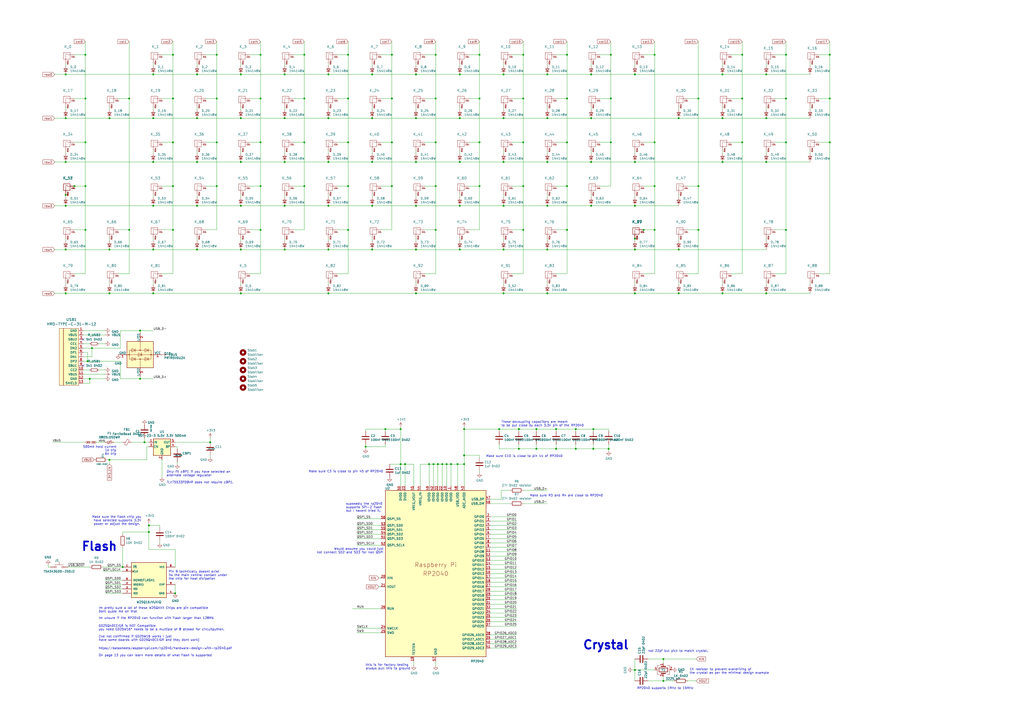
<source format=kicad_sch>
(kicad_sch (version 20211123) (generator eeschema)
  (paper "A2")
  (junction (at 139.7 68.58))
  (junction (at 303.53 31.75))
  (junction (at 151.13 107.95))
  (junction (at 344.17 248.92))
  (junction (at 368.3 170.18))
  (junction (at 83.82 256.54))
  (junction (at 354.33 82.55))
  (junction (at 379.73 31.75))
  (junction (at 88.9 170.18))
  (junction (at 328.93 31.75))
  (junction (at 419.1 68.58))
  (junction (at 317.5 93.98))
  (junction (at 328.93 107.95))
  (junction (at 342.9 119.38))
  (junction (at 114.3 43.18))
  (junction (at 165.1 144.78))
  (junction (at 368.3 93.98))
  (junction (at 419.1 93.98))
  (junction (at 215.9 144.78))
  (junction (at 322.58 260.35))
  (junction (at 289.56 248.92))
  (junction (at 317.5 144.78))
  (junction (at 269.24 269.24))
  (junction (at 88.9 144.78))
  (junction (at 342.9 43.18))
  (junction (at 241.3 43.18))
  (junction (at 114.3 68.58))
  (junction (at 234.95 269.24))
  (junction (at 455.93 57.15))
  (junction (at 334.01 260.35))
  (junction (at 190.5 68.58))
  (junction (at 455.93 31.75))
  (junction (at 292.1 43.18))
  (junction (at 252.73 133.35))
  (junction (at 328.93 133.35))
  (junction (at 53.34 201.93) (diameter 0.9144))
  (junction (at 74.93 57.15))
  (junction (at 292.1 170.18))
  (junction (at 430.53 57.15))
  (junction (at 368.3 144.78))
  (junction (at 38.1 170.18))
  (junction (at 139.7 170.18))
  (junction (at 251.46 269.24))
  (junction (at 38.1 119.38))
  (junction (at 384.81 394.97))
  (junction (at 419.1 170.18))
  (junction (at 151.13 31.75))
  (junction (at 86.36 304.8))
  (junction (at 317.5 170.18))
  (junction (at 373.38 133.35))
  (junction (at 311.15 248.92))
  (junction (at 139.7 93.98))
  (junction (at 481.33 82.55))
  (junction (at 241.3 170.18))
  (junction (at 269.24 248.92))
  (junction (at 63.5 144.78))
  (junction (at 278.13 107.95))
  (junction (at 278.13 31.75))
  (junction (at 303.53 107.95))
  (junction (at 265.43 269.24))
  (junction (at 269.24 264.16))
  (junction (at 344.17 260.35))
  (junction (at 254 269.24))
  (junction (at 241.3 144.78))
  (junction (at 248.92 269.24))
  (junction (at 227.33 82.55))
  (junction (at 215.9 93.98))
  (junction (at 266.7 144.78))
  (junction (at 278.13 82.55))
  (junction (at 241.3 119.38))
  (junction (at 86.36 308.61))
  (junction (at 256.54 269.24))
  (junction (at 303.53 57.15))
  (junction (at 139.7 119.38))
  (junction (at 317.5 68.58))
  (junction (at 125.73 107.95))
  (junction (at 300.99 248.92))
  (junction (at 241.3 68.58))
  (junction (at 259.08 269.24))
  (junction (at 342.9 68.58))
  (junction (at 266.7 68.58))
  (junction (at 201.93 82.55))
  (junction (at 252.73 57.15))
  (junction (at 379.73 107.95))
  (junction (at 151.13 82.55))
  (junction (at 334.01 248.92))
  (junction (at 114.3 144.78))
  (junction (at 368.3 388.62))
  (junction (at 379.73 82.55))
  (junction (at 303.53 82.55))
  (junction (at 63.5 170.18))
  (junction (at 252.73 107.95))
  (junction (at 292.1 93.98))
  (junction (at 114.3 93.98))
  (junction (at 201.93 31.75))
  (junction (at 393.7 170.18))
  (junction (at 201.93 57.15))
  (junction (at 405.13 107.95))
  (junction (at 455.93 133.35))
  (junction (at 232.41 269.24))
  (junction (at 125.73 31.75))
  (junction (at 261.62 269.24))
  (junction (at 38.1 144.78))
  (junction (at 38.1 68.58))
  (junction (at 292.1 119.38))
  (junction (at 354.33 57.15))
  (junction (at 88.9 93.98))
  (junction (at 125.73 82.55))
  (junction (at 101.6 344.17))
  (junction (at 49.53 133.35))
  (junction (at 292.1 144.78))
  (junction (at 165.1 68.58))
  (junction (at 71.12 328.93))
  (junction (at 190.5 93.98))
  (junction (at 368.3 138.43))
  (junction (at 266.7 43.18))
  (junction (at 165.1 119.38))
  (junction (at 379.73 133.35))
  (junction (at 368.3 43.18))
  (junction (at 215.9 119.38))
  (junction (at 303.53 133.35))
  (junction (at 227.33 107.95))
  (junction (at 322.58 248.92))
  (junction (at 430.53 82.55))
  (junction (at 49.53 57.15))
  (junction (at 190.5 170.18))
  (junction (at 212.09 259.08))
  (junction (at 353.06 260.35))
  (junction (at 481.33 57.15))
  (junction (at 49.53 82.55))
  (junction (at 252.73 82.55))
  (junction (at 215.9 68.58))
  (junction (at 368.3 119.38))
  (junction (at 100.33 57.15))
  (junction (at 151.13 133.35))
  (junction (at 215.9 43.18))
  (junction (at 317.5 43.18))
  (junction (at 328.93 82.55))
  (junction (at 100.33 31.75))
  (junction (at 190.5 43.18))
  (junction (at 139.7 144.78))
  (junction (at 393.7 68.58))
  (junction (at 176.53 82.55))
  (junction (at 50.8 209.55) (diameter 0.9144))
  (junction (at 63.5 266.7))
  (junction (at 444.5 68.58))
  (junction (at 444.5 93.98))
  (junction (at 190.5 144.78))
  (junction (at 227.33 57.15))
  (junction (at 311.15 260.35))
  (junction (at 63.5 68.58))
  (junction (at 176.53 107.95))
  (junction (at 100.33 133.35))
  (junction (at 278.13 57.15))
  (junction (at 201.93 133.35))
  (junction (at 74.93 133.35))
  (junction (at 328.93 57.15))
  (junction (at 300.99 260.35))
  (junction (at 43.18 107.95))
  (junction (at 49.53 31.75))
  (junction (at 52.07 219.71))
  (junction (at 430.53 31.75))
  (junction (at 151.13 57.15))
  (junction (at 38.1 113.03))
  (junction (at 88.9 43.18))
  (junction (at 114.3 119.38))
  (junction (at 266.7 119.38))
  (junction (at 139.7 43.18))
  (junction (at 201.93 107.95))
  (junction (at 444.5 43.18))
  (junction (at 266.7 93.98))
  (junction (at 444.5 170.18))
  (junction (at 38.1 93.98))
  (junction (at 232.41 248.92))
  (junction (at 241.3 93.98))
  (junction (at 354.33 31.75))
  (junction (at 49.53 107.95))
  (junction (at 292.1 68.58))
  (junction (at 223.52 248.92))
  (junction (at 176.53 57.15))
  (junction (at 342.9 93.98))
  (junction (at 190.5 119.38))
  (junction (at 100.33 107.95))
  (junction (at 419.1 43.18))
  (junction (at 176.53 31.75))
  (junction (at 121.92 256.54))
  (junction (at 455.93 82.55))
  (junction (at 405.13 57.15))
  (junction (at 227.33 31.75))
  (junction (at 384.81 382.27))
  (junction (at 165.1 43.18))
  (junction (at 481.33 31.75))
  (junction (at 38.1 43.18))
  (junction (at 252.73 31.75))
  (junction (at 81.28 191.77) (diameter 0.9144))
  (junction (at 125.73 57.15))
  (junction (at 100.33 82.55))
  (junction (at 393.7 144.78))
  (junction (at 165.1 93.98))
  (junction (at 88.9 119.38))
  (junction (at 405.13 133.35))
  (junction (at 81.28 219.71) (diameter 0.9144))
  (junction (at 317.5 119.38))
  (junction (at 88.9 68.58))
  (no_connect (at 48.26 196.85))
  (no_connect (at 48.26 212.09))
  (wire (pts (xy 241.3 93.98) (xy 266.7 93.98)))
  (wire (pts (xy 373.38 107.95) (xy 379.73 107.95)))
  (wire (pts (xy 455.93 31.75) (xy 455.93 57.15)))
  (wire (pts (xy 266.7 93.98) (xy 292.1 93.98)))
  (wire (pts (xy 201.93 24.13) (xy 201.93 31.75)))
  (wire (pts (xy 151.13 107.95) (xy 151.13 82.55)))
  (wire (pts (xy 328.93 107.95) (xy 328.93 82.55)))
  (wire (pts (xy 38.1 144.78) (xy 63.5 144.78)))
  (wire (pts (xy 114.3 138.43) (xy 114.3 139.7)))
  (wire (pts (xy 444.5 62.23) (xy 444.5 63.5)))
  (wire (pts (xy 220.98 340.36) (xy 219.71 340.36)))
  (wire (pts (xy 261.62 269.24) (xy 265.43 269.24)))
  (wire (pts (xy 240.03 281.94) (xy 240.03 269.24)))
  (wire (pts (xy 342.9 43.18) (xy 368.3 43.18)))
  (wire (pts (xy 212.09 257.81) (xy 212.09 259.08)))
  (wire (pts (xy 48.26 194.31) (xy 60.96 194.31)))
  (wire (pts (xy 278.13 31.75) (xy 278.13 57.15)))
  (wire (pts (xy 398.78 394.97) (xy 403.86 394.97)))
  (wire (pts (xy 74.93 158.75) (xy 74.93 133.35)))
  (wire (pts (xy 284.48 289.56) (xy 290.83 289.56)))
  (wire (pts (xy 59.69 331.47) (xy 71.12 331.47)))
  (wire (pts (xy 241.3 113.03) (xy 241.3 114.3)))
  (wire (pts (xy 63.5 266.7) (xy 85.09 266.7)))
  (wire (pts (xy 151.13 31.75) (xy 151.13 57.15)))
  (wire (pts (xy 190.5 62.23) (xy 190.5 63.5)))
  (wire (pts (xy 53.34 201.93) (xy 69.85 201.93)))
  (wire (pts (xy 69.85 191.77) (xy 81.28 191.77)))
  (wire (pts (xy 69.85 201.93) (xy 69.85 191.77)))
  (wire (pts (xy 81.28 191.77) (xy 88.9 191.77)))
  (wire (pts (xy 241.3 68.58) (xy 266.7 68.58)))
  (wire (pts (xy 207.01 312.42) (xy 220.98 312.42)))
  (wire (pts (xy 317.5 87.63) (xy 317.5 88.9)))
  (wire (pts (xy 125.73 107.95) (xy 125.73 82.55)))
  (wire (pts (xy 144.78 133.35) (xy 151.13 133.35)))
  (wire (pts (xy 398.78 107.95) (xy 405.13 107.95)))
  (wire (pts (xy 100.33 107.95) (xy 100.33 82.55)))
  (wire (pts (xy 278.13 265.43) (xy 278.13 264.16)))
  (wire (pts (xy 63.5 144.78) (xy 88.9 144.78)))
  (wire (pts (xy 252.73 24.13) (xy 252.73 31.75)))
  (wire (pts (xy 125.73 82.55) (xy 125.73 57.15)))
  (wire (pts (xy 66.04 256.54) (xy 71.12 256.54)))
  (wire (pts (xy 212.09 259.08) (xy 212.09 260.35)))
  (wire (pts (xy 93.98 82.55) (xy 100.33 82.55)))
  (wire (pts (xy 232.41 269.24) (xy 226.06 269.24)))
  (wire (pts (xy 43.18 133.35) (xy 49.53 133.35)))
  (wire (pts (xy 303.53 107.95) (xy 303.53 133.35)))
  (wire (pts (xy 322.58 31.75) (xy 328.93 31.75)))
  (wire (pts (xy 353.06 248.92) (xy 353.06 250.19)))
  (wire (pts (xy 246.38 82.55) (xy 252.73 82.55)))
  (wire (pts (xy 368.3 119.38) (xy 393.7 119.38)))
  (wire (pts (xy 405.13 133.35) (xy 405.13 107.95)))
  (wire (pts (xy 81.28 218.44) (xy 81.28 219.71)))
  (wire (pts (xy 48.26 219.71) (xy 52.07 219.71)))
  (wire (pts (xy 419.1 87.63) (xy 419.1 88.9)))
  (wire (pts (xy 201.93 107.95) (xy 201.93 82.55)))
  (wire (pts (xy 368.3 113.03) (xy 368.3 114.3)))
  (wire (pts (xy 215.9 68.58) (xy 241.3 68.58)))
  (wire (pts (xy 424.18 158.75) (xy 430.53 158.75)))
  (wire (pts (xy 114.3 68.58) (xy 139.7 68.58)))
  (wire (pts (xy 190.5 163.83) (xy 190.5 165.1)))
  (wire (pts (xy 165.1 43.18) (xy 190.5 43.18)))
  (wire (pts (xy 278.13 24.13) (xy 278.13 31.75)))
  (wire (pts (xy 92.71 306.07) (xy 92.71 304.8)))
  (wire (pts (xy 100.33 24.13) (xy 100.33 31.75)))
  (wire (pts (xy 347.98 57.15) (xy 354.33 57.15)))
  (wire (pts (xy 201.93 158.75) (xy 201.93 133.35)))
  (wire (pts (xy 322.58 250.19) (xy 322.58 248.92)))
  (wire (pts (xy 271.78 82.55) (xy 278.13 82.55)))
  (wire (pts (xy 71.12 336.55) (xy 60.96 336.55)))
  (wire (pts (xy 292.1 113.03) (xy 292.1 114.3)))
  (wire (pts (xy 278.13 273.05) (xy 278.13 274.32)))
  (wire (pts (xy 449.58 31.75) (xy 455.93 31.75)))
  (wire (pts (xy 85.09 259.08) (xy 85.09 266.7)))
  (wire (pts (xy 393.7 144.78) (xy 444.5 144.78)))
  (wire (pts (xy 284.48 322.58) (xy 299.72 322.58)))
  (wire (pts (xy 59.69 328.93) (xy 71.12 328.93)))
  (wire (pts (xy 246.38 57.15) (xy 252.73 57.15)))
  (wire (pts (xy 88.9 144.78) (xy 114.3 144.78)))
  (wire (pts (xy 284.48 317.5) (xy 299.72 317.5)))
  (wire (pts (xy 444.5 36.83) (xy 444.5 38.1)))
  (wire (pts (xy 354.33 31.75) (xy 354.33 57.15)))
  (wire (pts (xy 393.7 68.58) (xy 419.1 68.58)))
  (wire (pts (xy 88.9 163.83) (xy 88.9 165.1)))
  (wire (pts (xy 284.48 332.74) (xy 299.72 332.74)))
  (wire (pts (xy 223.52 250.19) (xy 223.52 248.92)))
  (wire (pts (xy 76.2 256.54) (xy 83.82 256.54)))
  (wire (pts (xy 248.92 281.94) (xy 248.92 269.24)))
  (wire (pts (xy 317.5 163.83) (xy 317.5 165.1)))
  (wire (pts (xy 474.98 31.75) (xy 481.33 31.75)))
  (wire (pts (xy 220.98 107.95) (xy 227.33 107.95)))
  (wire (pts (xy 347.98 82.55) (xy 354.33 82.55)))
  (wire (pts (xy 139.7 36.83) (xy 139.7 38.1)))
  (wire (pts (xy 114.3 36.83) (xy 114.3 38.1)))
  (wire (pts (xy 269.24 264.16) (xy 278.13 264.16)))
  (wire (pts (xy 353.06 257.81) (xy 353.06 260.35)))
  (wire (pts (xy 266.7 62.23) (xy 266.7 63.5)))
  (wire (pts (xy 63.5 68.58) (xy 88.9 68.58)))
  (wire (pts (xy 151.13 24.13) (xy 151.13 31.75)))
  (wire (pts (xy 368.3 93.98) (xy 419.1 93.98)))
  (wire (pts (xy 271.78 133.35) (xy 278.13 133.35)))
  (wire (pts (xy 232.41 247.65) (xy 232.41 248.92)))
  (wire (pts (xy 81.28 191.77) (xy 81.28 193.04)))
  (wire (pts (xy 232.41 248.92) (xy 232.41 269.24)))
  (wire (pts (xy 284.48 335.28) (xy 299.72 335.28)))
  (wire (pts (xy 92.71 313.69) (xy 92.71 314.96)))
  (wire (pts (xy 289.56 250.19) (xy 289.56 248.92)))
  (wire (pts (xy 317.5 113.03) (xy 317.5 114.3)))
  (wire (pts (xy 481.33 24.13) (xy 481.33 31.75)))
  (wire (pts (xy 297.18 57.15) (xy 303.53 57.15)))
  (wire (pts (xy 444.5 170.18) (xy 469.9 170.18)))
  (wire (pts (xy 48.26 191.77) (xy 60.96 191.77)))
  (wire (pts (xy 88.9 93.98) (xy 114.3 93.98)))
  (wire (pts (xy 38.1 43.18) (xy 88.9 43.18)))
  (wire (pts (xy 368.3 138.43) (xy 368.3 139.7)))
  (wire (pts (xy 455.93 158.75) (xy 455.93 133.35)))
  (wire (pts (xy 384.81 394.97) (xy 375.92 394.97)))
  (wire (pts (xy 290.83 284.48) (xy 295.91 284.48)))
  (wire (pts (xy 49.53 24.13) (xy 49.53 31.75)))
  (wire (pts (xy 252.73 107.95) (xy 252.73 82.55)))
  (wire (pts (xy 144.78 82.55) (xy 151.13 82.55)))
  (wire (pts (xy 256.54 281.94) (xy 256.54 269.24)))
  (wire (pts (xy 430.53 24.13) (xy 430.53 31.75)))
  (wire (pts (xy 284.48 340.36) (xy 299.72 340.36)))
  (wire (pts (xy 100.33 82.55) (xy 100.33 57.15)))
  (wire (pts (xy 48.26 222.25) (xy 52.07 222.25)))
  (wire (pts (xy 165.1 113.03) (xy 165.1 114.3)))
  (wire (pts (xy 176.53 82.55) (xy 176.53 57.15)))
  (wire (pts (xy 252.73 158.75) (xy 252.73 133.35)))
  (wire (pts (xy 139.7 119.38) (xy 165.1 119.38)))
  (wire (pts (xy 419.1 43.18) (xy 444.5 43.18)))
  (wire (pts (xy 271.78 57.15) (xy 278.13 57.15)))
  (wire (pts (xy 151.13 158.75) (xy 151.13 133.35)))
  (wire (pts (xy 317.5 170.18) (xy 368.3 170.18)))
  (wire (pts (xy 322.58 133.35) (xy 328.93 133.35)))
  (wire (pts (xy 215.9 113.03) (xy 215.9 114.3)))
  (wire (pts (xy 474.98 57.15) (xy 481.33 57.15)))
  (wire (pts (xy 119.38 57.15) (xy 125.73 57.15)))
  (wire (pts (xy 424.18 31.75) (xy 430.53 31.75)))
  (wire (pts (xy 114.3 43.18) (xy 139.7 43.18)))
  (wire (pts (xy 220.98 364.49) (xy 207.01 364.49)))
  (wire (pts (xy 190.5 87.63) (xy 190.5 88.9)))
  (wire (pts (xy 241.3 119.38) (xy 266.7 119.38)))
  (wire (pts (xy 368.3 388.62) (xy 367.03 388.62)))
  (wire (pts (xy 469.9 163.83) (xy 469.9 165.1)))
  (wire (pts (xy 266.7 144.78) (xy 292.1 144.78)))
  (wire (pts (xy 88.9 43.18) (xy 114.3 43.18)))
  (wire (pts (xy 31.75 43.18) (xy 38.1 43.18)))
  (wire (pts (xy 289.56 257.81) (xy 289.56 260.35)))
  (wire (pts (xy 207.01 307.34) (xy 220.98 307.34)))
  (wire (pts (xy 121.92 254) (xy 121.92 256.54)))
  (wire (pts (xy 481.33 31.75) (xy 481.33 57.15)))
  (wire (pts (xy 223.52 259.08) (xy 223.52 257.81)))
  (wire (pts (xy 114.3 62.23) (xy 114.3 63.5)))
  (wire (pts (xy 176.53 24.13) (xy 176.53 31.75)))
  (wire (pts (xy 419.1 36.83) (xy 419.1 38.1)))
  (wire (pts (xy 139.7 43.18) (xy 165.1 43.18)))
  (wire (pts (xy 195.58 82.55) (xy 201.93 82.55)))
  (wire (pts (xy 241.3 36.83) (xy 241.3 38.1)))
  (wire (pts (xy 266.7 36.83) (xy 266.7 38.1)))
  (wire (pts (xy 284.48 355.6) (xy 299.72 355.6)))
  (wire (pts (xy 52.07 219.71) (xy 60.96 219.71)))
  (wire (pts (xy 48.26 214.63) (xy 52.07 214.63)))
  (wire (pts (xy 57.15 214.63) (xy 60.96 214.63)))
  (wire (pts (xy 119.38 82.55) (xy 125.73 82.55)))
  (wire (pts (xy 220.98 367.03) (xy 207.01 367.03)))
  (wire (pts (xy 227.33 82.55) (xy 227.33 57.15)))
  (wire (pts (xy 31.75 170.18) (xy 38.1 170.18)))
  (wire (pts (xy 246.38 133.35) (xy 252.73 133.35)))
  (wire (pts (xy 469.9 36.83) (xy 469.9 38.1)))
  (wire (pts (xy 241.3 62.23) (xy 241.3 63.5)))
  (wire (pts (xy 83.82 254) (xy 83.82 256.54)))
  (wire (pts (xy 63.5 62.23) (xy 63.5 63.5)))
  (wire (pts (xy 317.5 119.38) (xy 342.9 119.38)))
  (wire (pts (xy 419.1 170.18) (xy 444.5 170.18)))
  (wire (pts (xy 165.1 62.23) (xy 165.1 63.5)))
  (wire (pts (xy 368.3 170.18) (xy 393.7 170.18)))
  (wire (pts (xy 354.33 82.55) (xy 354.33 57.15)))
  (wire (pts (xy 52.07 222.25) (xy 52.07 219.71)))
  (wire (pts (xy 86.36 308.61) (xy 86.36 318.77)))
  (wire (pts (xy 38.1 68.58) (xy 63.5 68.58)))
  (wire (pts (xy 121.92 264.16) (xy 121.92 265.43)))
  (wire (pts (xy 391.16 394.97) (xy 384.81 394.97)))
  (wire (pts (xy 266.7 138.43) (xy 266.7 139.7)))
  (wire (pts (xy 481.33 158.75) (xy 481.33 82.55)))
  (wire (pts (xy 246.38 107.95) (xy 252.73 107.95)))
  (wire (pts (xy 419.1 68.58) (xy 444.5 68.58)))
  (wire (pts (xy 165.1 119.38) (xy 190.5 119.38)))
  (wire (pts (xy 266.7 113.03) (xy 266.7 114.3)))
  (wire (pts (xy 215.9 144.78) (xy 241.3 144.78)))
  (wire (pts (xy 101.6 344.17) (xy 101.6 339.09)))
  (wire (pts (xy 284.48 330.2) (xy 299.72 330.2)))
  (wire (pts (xy 215.9 43.18) (xy 241.3 43.18)))
  (wire (pts (xy 292.1 138.43) (xy 292.1 139.7)))
  (wire (pts (xy 297.18 133.35) (xy 303.53 133.35)))
  (wire (pts (xy 30.48 256.54) (xy 49.53 256.54)))
  (wire (pts (xy 49.53 133.35) (xy 49.53 107.95)))
  (wire (pts (xy 322.58 158.75) (xy 328.93 158.75)))
  (wire (pts (xy 74.93 24.13) (xy 74.93 57.15)))
  (wire (pts (xy 328.93 31.75) (xy 328.93 57.15)))
  (wire (pts (xy 227.33 133.35) (xy 227.33 107.95)))
  (wire (pts (xy 284.48 304.8) (xy 299.72 304.8)))
  (wire (pts (xy 190.5 43.18) (xy 215.9 43.18)))
  (wire (pts (xy 292.1 62.23) (xy 292.1 63.5)))
  (wire (pts (xy 68.58 57.15) (xy 74.93 57.15)))
  (wire (pts (xy 259.08 269.24) (xy 261.62 269.24)))
  (wire (pts (xy 317.5 43.18) (xy 342.9 43.18)))
  (wire (pts (xy 63.5 266.7) (xy 63.5 269.24)))
  (wire (pts (xy 375.92 382.27) (xy 384.81 382.27)))
  (wire (pts (xy 368.3 36.83) (xy 368.3 38.1)))
  (wire (pts (xy 31.75 68.58) (xy 38.1 68.58)))
  (wire (pts (xy 86.36 318.77) (xy 101.6 318.77)))
  (wire (pts (xy 93.98 31.75) (xy 100.33 31.75)))
  (wire (pts (xy 63.5 138.43) (xy 63.5 139.7)))
  (wire (pts (xy 100.33 158.75) (xy 100.33 133.35)))
  (wire (pts (xy 284.48 302.26) (xy 299.72 302.26)))
  (wire (pts (xy 474.98 82.55) (xy 481.33 82.55)))
  (wire (pts (xy 86.36 303.53) (xy 86.36 304.8)))
  (wire (pts (xy 322.58 260.35) (xy 311.15 260.35)))
  (wire (pts (xy 405.13 107.95) (xy 405.13 57.15)))
  (wire (pts (xy 322.58 82.55) (xy 328.93 82.55)))
  (wire (pts (xy 379.73 107.95) (xy 379.73 82.55)))
  (wire (pts (xy 227.33 24.13) (xy 227.33 31.75)))
  (wire (pts (xy 246.38 31.75) (xy 252.73 31.75)))
  (wire (pts (xy 48.26 217.17) (xy 60.96 217.17)))
  (wire (pts (xy 170.18 82.55) (xy 176.53 82.55)))
  (wire (pts (xy 347.98 31.75) (xy 354.33 31.75)))
  (wire (pts (xy 190.5 119.38) (xy 215.9 119.38)))
  (wire (pts (xy 284.48 347.98) (xy 299.72 347.98)))
  (wire (pts (xy 88.9 87.63) (xy 88.9 88.9)))
  (wire (pts (xy 347.98 107.95) (xy 354.33 107.95)))
  (wire (pts (xy 190.5 138.43) (xy 190.5 139.7)))
  (wire (pts (xy 93.98 158.75) (xy 100.33 158.75)))
  (wire (pts (xy 284.48 325.12) (xy 299.72 325.12)))
  (wire (pts (xy 284.48 292.1) (xy 295.91 292.1)))
  (wire (pts (xy 311.15 257.81) (xy 311.15 260.35)))
  (wire (pts (xy 444.5 93.98) (xy 469.9 93.98)))
  (wire (pts (xy 303.53 133.35) (xy 303.53 158.75)))
  (wire (pts (xy 342.9 87.63) (xy 342.9 88.9)))
  (wire (pts (xy 93.98 133.35) (xy 100.33 133.35)))
  (wire (pts (xy 139.7 113.03) (xy 139.7 114.3)))
  (wire (pts (xy 215.9 93.98) (xy 241.3 93.98)))
  (wire (pts (xy 405.13 24.13) (xy 405.13 57.15)))
  (wire (pts (xy 114.3 87.63) (xy 114.3 88.9)))
  (wire (pts (xy 220.98 31.75) (xy 227.33 31.75)))
  (wire (pts (xy 269.24 264.16) (xy 269.24 269.24)))
  (wire (pts (xy 300.99 248.92) (xy 311.15 248.92)))
  (wire (pts (xy 342.9 36.83) (xy 342.9 38.1)))
  (wire (pts (xy 261.62 269.24) (xy 261.62 281.94)))
  (wire (pts (xy 195.58 107.95) (xy 201.93 107.95)))
  (wire (pts (xy 384.81 384.81) (xy 384.81 382.27)))
  (wire (pts (xy 292.1 43.18) (xy 317.5 43.18)))
  (wire (pts (xy 254 269.24) (xy 256.54 269.24)))
  (wire (pts (xy 60.96 339.09) (xy 71.12 339.09)))
  (wire (pts (xy 252.73 383.54) (xy 252.73 386.08)))
  (wire (pts (xy 215.9 62.23) (xy 215.9 63.5)))
  (wire (pts (xy 419.1 93.98) (xy 444.5 93.98)))
  (wire (pts (xy 204.47 353.06) (xy 220.98 353.06)))
  (wire (pts (xy 165.1 68.58) (xy 190.5 68.58)))
  (wire (pts (xy 393.7 113.03) (xy 393.7 114.3)))
  (wire (pts (xy 284.48 370.84) (xy 299.72 370.84)))
  (wire (pts (xy 38.1 170.18) (xy 63.5 170.18)))
  (wire (pts (xy 212.09 248.92) (xy 223.52 248.92)))
  (wire (pts (xy 195.58 158.75) (xy 201.93 158.75)))
  (wire (pts (xy 68.58 158.75) (xy 74.93 158.75)))
  (wire (pts (xy 368.3 87.63) (xy 368.3 88.9)))
  (wire (pts (xy 38.1 138.43) (xy 38.1 139.7)))
  (wire (pts (xy 252.73 82.55) (xy 252.73 57.15)))
  (wire (pts (xy 455.93 24.13) (xy 455.93 31.75)))
  (wire (pts (xy 292.1 93.98) (xy 317.5 93.98)))
  (wire (pts (xy 444.5 163.83) (xy 444.5 165.1)))
  (wire (pts (xy 353.06 261.62) (xy 353.06 260.35)))
  (wire (pts (xy 241.3 144.78) (xy 266.7 144.78)))
  (wire (pts (xy 284.48 327.66) (xy 299.72 327.66)))
  (wire (pts (xy 201.93 31.75) (xy 201.93 57.15)))
  (wire (pts (xy 241.3 43.18) (xy 266.7 43.18)))
  (wire (pts (xy 93.98 266.7) (xy 93.98 276.86)))
  (wire (pts (xy 190.5 170.18) (xy 241.3 170.18)))
  (wire (pts (xy 88.9 119.38) (xy 114.3 119.38)))
  (wire (pts (xy 220.98 57.15) (xy 227.33 57.15)))
  (wire (pts (xy 300.99 250.19) (xy 300.99 248.92)))
  (wire (pts (xy 93.98 107.95) (xy 100.33 107.95)))
  (wire (pts (xy 317.5 36.83) (xy 317.5 38.1)))
  (wire (pts (xy 328.93 24.13) (xy 328.93 31.75)))
  (wire (pts (xy 220.98 300.99) (xy 207.01 300.99)))
  (wire (pts (xy 165.1 36.83) (xy 165.1 38.1)))
  (wire (pts (xy 144.78 31.75) (xy 151.13 31.75)))
  (wire (pts (xy 424.18 57.15) (xy 430.53 57.15)))
  (wire (pts (xy 317.5 62.23) (xy 317.5 63.5)))
  (wire (pts (xy 63.5 170.18) (xy 88.9 170.18)))
  (wire (pts (xy 259.08 281.94) (xy 259.08 269.24)))
  (wire (pts (xy 114.3 93.98) (xy 139.7 93.98)))
  (wire (pts (xy 266.7 43.18) (xy 292.1 43.18)))
  (wire (pts (xy 449.58 158.75) (xy 455.93 158.75)))
  (wire (pts (xy 368.3 388.62) (xy 379.73 388.62)))
  (wire (pts (xy 265.43 281.94) (xy 265.43 269.24)))
  (wire (pts (xy 368.3 394.97) (xy 368.3 388.62)))
  (wire (pts (xy 398.78 57.15) (xy 405.13 57.15)))
  (wire (pts (xy 139.7 93.98) (xy 165.1 93.98)))
  (wire (pts (xy 165.1 144.78) (xy 190.5 144.78)))
  (wire (pts (xy 284.48 307.34) (xy 299.72 307.34)))
  (wire (pts (xy 430.53 31.75) (xy 430.53 57.15)))
  (wire (pts (xy 100.33 133.35) (xy 100.33 107.95)))
  (wire (pts (xy 170.18 57.15) (xy 176.53 57.15)))
  (wire (pts (xy 292.1 144.78) (xy 317.5 144.78)))
  (wire (pts (xy 284.48 350.52) (xy 299.72 350.52)))
  (wire (pts (xy 38.1 87.63) (xy 38.1 88.9)))
  (wire (pts (xy 195.58 133.35) (xy 201.93 133.35)))
  (wire (pts (xy 195.58 57.15) (xy 201.93 57.15)))
  (wire (pts (xy 38.1 62.23) (xy 38.1 63.5)))
  (wire (pts (xy 297.18 82.55) (xy 303.53 82.55)))
  (wire (pts (xy 71.12 317.5) (xy 71.12 328.93)))
  (wire (pts (xy 430.53 158.75) (xy 430.53 82.55)))
  (wire (pts (xy 119.38 133.35) (xy 125.73 133.35)))
  (wire (pts (xy 48.26 199.39) (xy 52.07 199.39)))
  (wire (pts (xy 57.15 199.39) (xy 60.96 199.39)))
  (wire (pts (xy 368.3 144.78) (xy 393.7 144.78)))
  (wire (pts (xy 55.88 256.54) (xy 60.96 256.54)))
  (wire (pts (xy 398.78 133.35) (xy 405.13 133.35)))
  (wire (pts (xy 165.1 138.43) (xy 165.1 139.7)))
  (wire (pts (xy 220.98 82.55) (xy 227.33 82.55)))
  (wire (pts (xy 398.78 158.75) (xy 405.13 158.75)))
  (wire (pts (xy 334.01 260.35) (xy 322.58 260.35)))
  (wire (pts (xy 246.38 158.75) (xy 252.73 158.75)))
  (wire (pts (xy 68.58 133.35) (xy 74.93 133.35)))
  (wire (pts (xy 234.95 281.94) (xy 234.95 269.24)))
  (wire (pts (xy 393.7 138.43) (xy 393.7 139.7)))
  (wire (pts (xy 176.53 107.95) (xy 176.53 82.55)))
  (wire (pts (xy 241.3 163.83) (xy 241.3 165.1)))
  (wire (pts (xy 419.1 62.23) (xy 419.1 63.5)))
  (wire (pts (xy 368.3 388.62) (xy 368.3 382.27)))
  (wire (pts (xy 62.23 266.7) (xy 63.5 266.7)))
  (wire (pts (xy 101.6 328.93) (xy 101.6 318.77)))
  (wire (pts (xy 102.87 260.35) (xy 102.87 259.08)))
  (wire (pts (xy 284.48 345.44) (xy 299.72 345.44)))
  (wire (pts (xy 303.53 284.48) (xy 317.5 284.48)))
  (wire (pts (xy 373.38 158.75) (xy 379.73 158.75)))
  (wire (pts (xy 303.53 107.95) (xy 303.53 82.55)))
  (wire (pts (xy 83.82 256.54) (xy 86.36 256.54)))
  (wire (pts (xy 151.13 133.35) (xy 151.13 107.95)))
  (wire (pts (xy 317.5 144.78) (xy 368.3 144.78)))
  (wire (pts (xy 342.9 62.23) (xy 342.9 63.5)))
  (wire (pts (xy 344.17 257.81) (xy 344.17 260.35)))
  (wire (pts (xy 393.7 170.18) (xy 419.1 170.18)))
  (wire (pts (xy 289.56 248.92) (xy 300.99 248.92)))
  (wire (pts (xy 284.48 312.42) (xy 299.72 312.42)))
  (wire (pts (xy 43.18 107.95) (xy 49.53 107.95)))
  (wire (pts (xy 139.7 62.23) (xy 139.7 63.5)))
  (wire (pts (xy 71.12 308.61) (xy 86.36 308.61)))
  (wire (pts (xy 334.01 257.81) (xy 334.01 260.35)))
  (wire (pts (xy 373.38 31.75) (xy 379.73 31.75)))
  (wire (pts (xy 284.48 353.06) (xy 299.72 353.06)))
  (wire (pts (xy 176.53 133.35) (xy 176.53 107.95)))
  (wire (pts (xy 474.98 158.75) (xy 481.33 158.75)))
  (wire (pts (xy 354.33 107.95) (xy 354.33 82.55)))
  (wire (pts (xy 234.95 269.24) (xy 232.41 269.24)))
  (wire (pts (xy 220.98 316.23) (xy 207.01 316.23)))
  (wire (pts (xy 424.18 82.55) (xy 430.53 82.55)))
  (wire (pts (xy 328.93 158.75) (xy 328.93 133.35)))
  (wire (pts (xy 92.71 304.8) (xy 86.36 304.8)))
  (wire (pts (xy 71.12 344.17) (xy 60.96 344.17)))
  (wire (pts (xy 379.73 158.75) (xy 379.73 133.35)))
  (wire (pts (xy 38.1 36.83) (xy 38.1 38.1)))
  (wire (pts (xy 31.75 119.38) (xy 38.1 119.38)))
  (wire (pts (xy 379.73 133.35) (xy 379.73 107.95)))
  (wire (pts (xy 170.18 107.95) (xy 176.53 107.95)))
  (wire (pts (xy 344.17 248.92) (xy 353.06 248.92)))
  (wire (pts (xy 300.99 260.35) (xy 311.15 260.35)))
  (wire (pts (xy 139.7 87.63) (xy 139.7 88.9)))
  (wire (pts (xy 190.5 36.83) (xy 190.5 38.1)))
  (wire (pts (xy 125.73 31.75) (xy 125.73 57.15)))
  (wire (pts (xy 50.8 209.55) (xy 69.85 209.55)))
  (wire (pts (xy 69.85 209.55) (xy 69.85 219.71)))
  (wire (pts (xy 69.85 219.71) (xy 81.28 219.71)))
  (wire (pts (xy 81.28 219.71) (xy 88.9 219.71)))
  (wire (pts (xy 151.13 82.55) (xy 151.13 57.15)))
  (wire (pts (xy 190.5 113.03) (xy 190.5 114.3)))
  (wire (pts (xy 393.7 163.83) (xy 393.7 165.1)))
  (wire (pts (xy 49.53 82.55) (xy 49.53 57.15)))
  (wire (pts (xy 317.5 93.98) (xy 342.9 93.98)))
  (wire (pts (xy 29.21 328.93) (xy 27.94 328.93)))
  (wire (pts (xy 269.24 248.92) (xy 289.56 248.92)))
  (wire (pts (xy 292.1 68.58) (xy 317.5 68.58)))
  (wire (pts (xy 31.75 93.98) (xy 38.1 93.98)))
  (wire (pts (xy 88.9 68.58) (xy 114.3 68.58)))
  (wire (pts (xy 252.73 133.35) (xy 252.73 107.95)))
  (wire (pts (xy 71.12 341.63) (xy 60.96 341.63)))
  (wire (pts (xy 444.5 138.43) (xy 444.5 139.7)))
  (wire (pts (xy 455.93 133.35) (xy 455.93 82.55)))
  (wire (pts (xy 38.1 93.98) (xy 88.9 93.98)))
  (wire (pts (xy 373.38 133.35) (xy 379.73 133.35)))
  (wire (pts (xy 342.9 93.98) (xy 368.3 93.98)))
  (wire (pts (xy 444.5 87.63) (xy 444.5 88.9)))
  (wire (pts (xy 284.48 309.88) (xy 299.72 309.88)))
  (wire (pts (xy 328.93 82.55) (xy 328.93 57.15)))
  (wire (pts (xy 322.58 57.15) (xy 328.93 57.15)))
  (wire (pts (xy 52.07 328.93) (xy 39.37 328.93)))
  (wire (pts (xy 139.7 170.18) (xy 190.5 170.18)))
  (wire (pts (xy 119.38 31.75) (xy 125.73 31.75)))
  (wire (pts (xy 243.84 269.24) (xy 248.92 269.24)))
  (wire (pts (xy 481.33 82.55) (xy 481.33 57.15)))
  (wire (pts (xy 88.9 138.43) (xy 88.9 139.7)))
  (wire (pts (xy 88.9 62.23) (xy 88.9 63.5)))
  (wire (pts (xy 266.7 119.38) (xy 292.1 119.38)))
  (wire (pts (xy 266.7 87.63) (xy 266.7 88.9)))
  (wire (pts (xy 241.3 170.18) (xy 292.1 170.18)))
  (wire (pts (xy 284.48 375.92) (xy 299.72 375.92)))
  (wire (pts (xy 74.93 133.35) (xy 74.93 57.15)))
  (wire (pts (xy 254 281.94) (xy 254 269.24)))
  (wire (pts (xy 43.18 82.55) (xy 49.53 82.55)))
  (wire (pts (xy 227.33 107.95) (xy 227.33 82.55)))
  (wire (pts (xy 292.1 170.18) (xy 317.5 170.18)))
  (wire (pts (xy 449.58 82.55) (xy 455.93 82.55)))
  (wire (pts (xy 49.53 158.75) (xy 49.53 133.35)))
  (wire (pts (xy 240.03 269.24) (xy 234.95 269.24)))
  (wire (pts (xy 292.1 36.83) (xy 292.1 38.1)))
  (wire (pts (xy 334.01 248.92) (xy 344.17 248.92)))
  (wire (pts (xy 170.18 133.35) (xy 176.53 133.35)))
  (wire (pts (xy 88.9 36.83) (xy 88.9 38.1)))
  (wire (pts (xy 322.58 248.92) (xy 334.01 248.92)))
  (wire (pts (xy 88.9 170.18) (xy 139.7 170.18)))
  (wire (pts (xy 284.48 368.3) (xy 299.72 368.3)))
  (wire (pts (xy 368.3 43.18) (xy 419.1 43.18)))
  (wire (pts (xy 303.53 292.1) (xy 317.5 292.1)))
  (wire (pts (xy 144.78 107.95) (xy 151.13 107.95)))
  (wire (pts (xy 190.5 144.78) (xy 215.9 144.78)))
  (wire (pts (xy 344.17 248.92) (xy 344.17 250.19)))
  (wire (pts (xy 284.48 373.38) (xy 299.72 373.38)))
  (wire (pts (xy 300.99 260.35) (xy 300.99 257.81)))
  (wire (pts (xy 201.93 133.35) (xy 201.93 107.95)))
  (wire (pts (xy 243.84 281.94) (xy 243.84 269.24)))
  (wire (pts (xy 297.18 107.95) (xy 303.53 107.95)))
  (wire (pts (xy 139.7 163.83) (xy 139.7 165.1)))
  (wire (pts (xy 256.54 269.24) (xy 259.08 269.24)))
  (wire (pts (xy 405.13 158.75) (xy 405.13 133.35)))
  (wire (pts (xy 86.36 304.8) (xy 86.36 308.61)))
  (wire (pts (xy 139.7 68.58) (xy 165.1 68.58)))
  (wire (pts (xy 379.73 24.13) (xy 379.73 31.75)))
  (wire (pts (xy 71.12 309.88) (xy 71.12 308.61)))
  (wire (pts (xy 379.73 31.75) (xy 379.73 82.55)))
  (wire (pts (xy 322.58 107.95) (xy 328.93 107.95)))
  (wire (pts (xy 139.7 144.78) (xy 165.1 144.78)))
  (wire (pts (xy 303.53 82.55) (xy 303.53 57.15)))
  (wire (pts (xy 317.5 138.43) (xy 317.5 139.7)))
  (wire (pts (xy 289.56 260.35) (xy 300.99 260.35)))
  (wire (pts (xy 266.7 68.58) (xy 292.1 68.58)))
  (wire (pts (xy 241.3 138.43) (xy 241.3 139.7)))
  (wire (pts (xy 139.7 138.43) (xy 139.7 139.7)))
  (wire (pts (xy 444.5 68.58) (xy 469.9 68.58)))
  (wire (pts (xy 220.98 133.35) (xy 227.33 133.35)))
  (wire (pts (xy 207.01 304.8) (xy 220.98 304.8)))
  (wire (pts (xy 284.48 360.68) (xy 299.72 360.68)))
  (wire (pts (xy 144.78 158.75) (xy 151.13 158.75)))
  (wire (pts (xy 449.58 57.15) (xy 455.93 57.15)))
  (wire (pts (xy 219.71 335.28) (xy 220.98 335.28)))
  (wire (pts (xy 176.53 31.75) (xy 176.53 57.15)))
  (wire (pts (xy 284.48 342.9) (xy 299.72 342.9)))
  (wire (pts (xy 102.87 259.08) (xy 101.6 259.08)))
  (wire (pts (xy 100.33 31.75) (xy 100.33 57.15)))
  (wire (pts (xy 449.58 133.35) (xy 455.93 133.35)))
  (wire (pts (xy 269.24 269.24) (xy 269.24 281.94)))
  (wire (pts (xy 284.48 363.22) (xy 299.72 363.22)))
  (wire (pts (xy 212.09 259.08) (xy 223.52 259.08)))
  (wire (pts (xy 195.58 31.75) (xy 201.93 31.75)))
  (wire (pts (xy 469.9 62.23) (xy 469.9 63.5)))
  (wire (pts (xy 334.01 250.19) (xy 334.01 248.92)))
  (wire (pts (xy 271.78 31.75) (xy 278.13 31.75)))
  (wire (pts (xy 38.1 113.03) (xy 38.1 114.3)))
  (wire (pts (xy 269.24 248.92) (xy 269.24 264.16)))
  (wire (pts (xy 88.9 113.03) (xy 88.9 114.3)))
  (wire (pts (xy 125.73 24.13) (xy 125.73 31.75)))
  (wire (pts (xy 38.1 119.38) (xy 88.9 119.38)))
  (wire (pts (xy 284.48 337.82) (xy 299.72 337.82)))
  (wire (pts (xy 317.5 68.58) (xy 342.9 68.58)))
  (wire (pts (xy 344.17 260.35) (xy 334.01 260.35)))
  (wire (pts (xy 241.3 87.63) (xy 241.3 88.9)))
  (wire (pts (xy 269.24 247.65) (xy 269.24 248.92)))
  (wire (pts (xy 284.48 358.14) (xy 299.72 358.14)))
  (wire (pts (xy 232.41 269.24) (xy 232.41 281.94)))
  (wire (pts (xy 278.13 133.35) (xy 278.13 107.95)))
  (wire (pts (xy 49.53 31.75) (xy 49.53 57.15)))
  (wire (pts (xy 292.1 87.63) (xy 292.1 88.9)))
  (wire (pts (xy 368.3 163.83) (xy 368.3 165.1)))
  (wire (pts (xy 384.81 394.97) (xy 384.81 392.43)))
  (wire (pts (xy 102.87 269.24) (xy 102.87 267.97)))
  (wire (pts (xy 342.9 68.58) (xy 393.7 68.58)))
  (wire (pts (xy 354.33 24.13) (xy 354.33 31.75)))
  (wire (pts (xy 85.09 259.08) (xy 86.36 259.08)))
  (wire (pts (xy 251.46 269.24) (xy 254 269.24)))
  (wire (pts (xy 215.9 138.43) (xy 215.9 139.7)))
  (wire (pts (xy 248.92 269.24) (xy 251.46 269.24)))
  (wire (pts (xy 227.33 31.75) (xy 227.33 57.15)))
  (wire (pts (xy 278.13 82.55) (xy 278.13 57.15)))
  (wire (pts (xy 43.18 31.75) (xy 49.53 31.75)))
  (wire (pts (xy 125.73 133.35) (xy 125.73 107.95)))
  (wire (pts (xy 373.38 82.55) (xy 379.73 82.55)))
  (wire (pts (xy 342.9 119.38) (xy 368.3 119.38)))
  (wire (pts (xy 119.38 107.95) (xy 125.73 107.95)))
  (wire (pts (xy 444.5 43.18) (xy 469.9 43.18)))
  (wire (pts (xy 322.58 257.81) (xy 322.58 260.35)))
  (wire (pts (xy 215.9 87.63) (xy 215.9 88.9)))
  (wire (pts (xy 292.1 119.38) (xy 317.5 119.38)))
  (wire (pts (xy 165.1 87.63) (xy 165.1 88.9)))
  (wire (pts (xy 215.9 119.38) (xy 241.3 119.38)))
  (wire (pts (xy 49.53 107.95) (xy 49.53 82.55)))
  (wire (pts (xy 303.53 31.75) (xy 303.53 57.15)))
  (wire (pts (xy 393.7 62.23) (xy 393.7 63.5)))
  (wire (pts (xy 297.18 31.75) (xy 303.53 31.75)))
  (wire (pts (xy 170.18 31.75) (xy 176.53 31.75)))
  (wire (pts (xy 342.9 113.03) (xy 342.9 114.3)))
  (wire (pts (xy 455.93 82.55) (xy 455.93 57.15)))
  (wire (pts (xy 190.5 68.58) (xy 215.9 68.58)))
  (wire (pts (xy 284.48 320.04) (xy 299.72 320.04)))
  (wire (pts (xy 303.53 24.13) (xy 303.53 31.75)))
  (wire (pts (xy 201.93 82.55) (xy 201.93 57.15)))
  (wire (pts (xy 190.5 93.98) (xy 215.9 93.98)))
  (wire (pts (xy 114.3 113.03) (xy 114.3 114.3)))
  (wire (pts (xy 271.78 107.95) (xy 278.13 107.95)))
  (wire (pts (xy 144.78 57.15) (xy 151.13 57.15)))
  (wire (pts (xy 252.73 31.75) (xy 252.73 57.15)))
  (wire (pts (xy 215.9 36.83) (xy 215.9 38.1)))
  (wire (pts (xy 43.18 158.75) (xy 49.53 158.75)))
  (wire (pts (xy 223.52 248.92) (xy 232.41 248.92)))
  (wire (pts (xy 278.13 107.95) (xy 278.13 82.55)))
  (wire (pts (xy 212.09 250.19) (xy 212.09 248.92)))
  (wire (pts (xy 114.3 119.38) (xy 139.7 119.38)))
  (wire (pts (xy 43.18 57.15) (xy 49.53 57.15)))
  (wire (pts (xy 265.43 269.24) (xy 269.24 269.24)))
  (wire (pts (xy 430.53 82.55) (xy 430.53 57.15)))
  (wire (pts (xy 48.26 204.47) (xy 50.8 204.47)))
  (wire (pts (xy 50.8 204.47) (xy 50.8 209.55)))
  (wire (pts (xy 50.8 209.55) (xy 48.26 209.55)))
  (wire (pts (xy 114.3 144.78) (xy 139.7 144.78)))
  (wire (pts (xy 311.15 250.19) (xy 311.15 248.92)))
  (wire (pts (xy 290.83 284.48) (xy 290.83 289.56)))
  (wire (pts (xy 27.94 328.93) (xy 27.94 327.66)))
  (wire (pts (xy 207.01 309.88) (xy 220.98 309.88)))
  (wire (pts (xy 344.17 260.35) (xy 353.06 260.35)))
  (wire (pts (xy 240.03 383.54) (xy 240.03 386.08)))
  (wire (pts (xy 384.81 382.27) (xy 403.86 382.27)))
  (wire (pts (xy 297.18 158.75) (xy 303.53 158.75)))
  (wire (pts (xy 292.1 163.83) (xy 292.1 165.1)))
  (wire (pts (xy 284.48 299.72) (xy 299.72 299.72)))
  (wire (pts (xy 165.1 93.98) (xy 190.5 93.98)))
  (wire (pts (xy 311.15 248.92) (xy 322.58 248.92)))
  (wire (pts (xy 469.9 87.63) (xy 469.9 88.9)))
  (wire (pts (xy 63.5 163.83) (xy 63.5 165.1)))
  (wire (pts (xy 284.48 314.96) (xy 299.72 314.96)))
  (wire (pts (xy 419.1 163.83) (xy 419.1 165.1)))
  (wire (pts (xy 31.75 144.78) (xy 38.1 144.78)))
  (wire (pts (xy 93.98 57.15) (xy 100.33 57.15)))
  (wire (pts (xy 251.46 281.94) (xy 251.46 269.24)))
  (wire (pts (xy 38.1 163.83) (xy 38.1 165.1)))
  (wire (pts (xy 101.6 256.54) (xy 121.92 256.54)))
  (wire (pts (xy 328.93 133.35) (xy 328.93 107.95)))
  (wire (pts (xy 48.26 201.93) (xy 53.34 201.93)))
  (wire (pts (xy 48.26 207.01) (xy 53.34 207.01)))
  (wire (pts (xy 53.34 201.93) (xy 53.34 207.01)))
  (text "Flash" (at 46.99 320.04 0) (effects (font (size 5.0038 5.0038) (thickness 1.0008) bold) (justify left bottom)))
  (text "Crystal" (at 337.82 377.19 0) (effects (font (size 5.0038 5.0038) (thickness 1.0008) bold) (justify left bottom)))
  (text "Im pretty sure a lot of these W25QXXX Chips are pin compatible\nDont quote me on that" (at 57.15 355.6 0) (effects (font (size 1.27 1.27)) (justify left bottom)))
  (text "Make sure the flash chip you\n have selected supports 3.3V\n power or adjust the design." (at 53.34 304.8 0) (effects (font (size 1.27 1.27)) (justify left bottom)))
  (text "Only fit cBP1 if you have selected an \nalternate voltage regulator\n\nTLV75533PDBVR does not require cBP1." (at 96.52 280.67 0) (effects (font (size 1.27 1.27) italic) (justify left bottom)))
  (text "GD25Q40CEIGR is NOT Compatible\nyou need GD25W16* needs to be a multiple of 8 atleast for circuitpython.\n\n(Ive not confirmed if GD25W16 works I just \nHave some boards with GD25Q40CEIGR and they dont work)" (at 57.15 372.11 0) (effects (font (size 1.27 1.27)) (justify left bottom)))
  (text "suposedly the rp2040\nsupports SPI-2 flash\nbut I havent tried it.\n" (at 200.66 297.18 0) (effects (font (size 1.27 1.27)) (justify left bottom)))
  (text "Make sure R3 and R4 are close to RP2040" (at 307.34 288.29 0) (effects (font (size 1.27 1.27)) (justify left bottom)))
  (text "1K resistor to prevent overdriving of \nthe crystal as per the minimal design example" (at 400.05 391.16 0) (effects (font (size 1.27 1.27)) (justify left bottom)))
  (text "Make sure C3 is close to pin 45 of RP2040" (at 222.25 274.32 180) (effects (font (size 1.27 1.27)) (justify right bottom)))
  (text "RP2040 supports 1MHz to 15MHz" (at 369.57 400.05 0) (effects (font (size 1.27 1.27)) (justify left bottom)))
  (text "Make sure C10 is close to pin 44 of RP2040" (at 281.94 265.43 0) (effects (font (size 1.27 1.27)) (justify left bottom)))
  (text "These decoupling capacitors are meant\nto be put close by each 3.3V pin of the RP2040" (at 290.83 247.65 0) (effects (font (size 1.27 1.27)) (justify left bottom)))
  (text "https://datasheets.raspberrypi.com/rp2040/hardware-design-with-rp2040.pdf\n\nOn page 13 you can learn more details of what flash is supported\n" (at 57.15 381 0) (effects (font (size 1.27 1.27)) (justify left bottom)))
  (text "not 22pf but pick to match crystal." (at 375.92 378.46 0) (effects (font (size 1.27 1.27)) (justify left bottom)))
  (text "this is for factory testing\nalways pull this to ground" (at 212.09 388.62 0) (effects (font (size 1.27 1.27)) (justify left bottom)))
  (text "Would assume you could just\nnot connect SD2 and SD3 for non QSPI" (at 222.504 321.31 180) (effects (font (size 1.27 1.27)) (justify right bottom)))
  (text "Im unsure if the RP2040 can function with flash larger than 128Mb" (at 57.15 359.41 0) (effects (font (size 1.27 1.27)) (justify left bottom)))
  (text "500mA hold current\n1A trip\n6V trip" (at 67.564 264.16 180) (effects (font (size 1.27 1.27)) (justify right bottom)))
  (text "Pin 9 technically doesnt exist\nits the main central contact under\nthe chip for heat dicipation" (at 97.79 336.55 0) (effects (font (size 1.27 1.27)) (justify left bottom)))
  (label "GPIO26_ADC0" (at 299.72 368.3 180))
  (label "GPIO9" (at 299.72 322.58 180))
  (label "GPIO18" (at 299.72 345.44 180))
  (label "GPIO4" (at 299.72 309.88 180))
  (label "GPIO0" (at 299.72 299.72 180))
  (label "GPIO10" (at 299.72 325.12 180))
  (label "GPIO20" (at 299.72 350.52 180))
  (label "GPIO24" (at 299.72 360.68 180))
  (label "GPIO1" (at 299.72 302.26 180))
  (label "QSPI_SD2" (at 60.96 341.63 0))
  (label "GPIO16" (at 299.72 340.36 180))
  (label "GPIO14" (at 299.72 335.28 180))
  (label "USB_D+" (at 88.9 219.71 0))
  (label "GPIO3" (at 299.72 307.34 180))
  (label "GPIO5" (at 299.72 312.42 180))
  (label "GPIO7" (at 299.72 317.5 180))
  (label "QSPI_SD0" (at 207.01 304.8 0))
  (label "QSPI_SD3" (at 60.96 344.17 0))
  (label "GPIO15" (at 299.72 337.82 180))
  (label "VBUS" (at 30.48 256.54 0) (effects (font (size 1.2 1.2))))
  (label "GPIO28_ADC2" (at 299.72 373.38 180))
  (label "SWD" (at 207.01 367.03 0))
  (label "QSPI_SS" (at 207.01 300.99 0))
  (label "QSPI_SD2" (at 207.01 309.88 0))
  (label "SWCLK" (at 207.01 364.49 0))
  (label "GPIO22" (at 299.72 355.6 180))
  (label "GPIO2" (at 299.72 304.8 180))
  (label "USB_D-" (at 317.5 292.1 180))
  (label "GPIO21" (at 299.72 353.06 180))
  (label "QSPI_SD1" (at 60.96 339.09 0))
  (label "VSYS" (at 57.15 256.54 0) (effects (font (size 0.9906 0.9906))))
  (label "QSPI_SCLK" (at 207.01 316.23 0))
  (label "GPIO27_ADC1" (at 299.72 370.84 180))
  (label "QSPI_SD3" (at 207.01 312.42 0))
  (label "GPIO25" (at 299.72 363.22 180))
  (label "USB_D+" (at 317.5 284.48 180))
  (label "GPIO23" (at 299.72 358.14 180))
  (label "QSPI_SD0" (at 60.96 336.55 0))
  (label "USB_D-" (at 88.9 191.77 0))
  (label "GPIO19" (at 299.72 347.98 180))
  (label "~{USB_BOOT}" (at 39.37 328.93 0))
  (label "QSPI_SS" (at 62.23 328.93 0))
  (label "RUN" (at 207.01 353.06 0))
  (label "GPIO6" (at 299.72 314.96 180))
  (label "GPIO17" (at 299.72 342.9 180))
  (label "QSPI_SCLK" (at 59.69 331.47 0))
  (label "QSPI_SD1" (at 207.01 307.34 0))
  (label "GPIO12" (at 299.72 330.2 180))
  (label "GPIO13" (at 299.72 332.74 180))
  (label "GPIO29_ADC3" (at 299.72 375.92 180))
  (label "GPIO11" (at 299.72 327.66 180))
  (label "GPIO8" (at 299.72 320.04 180))
  (global_label "row0" (shape input) (at 31.75 43.18 180) (property "Intersheet References" "${INTERSHEET_REFS}" (effects hide)))
  (global_label "col12" (shape input) (at 354.33 24.13 180) (property "Intersheet References" "${INTERSHEET_REFS}" (effects hide)))
  (global_label "VSYS" (shape input) (at 49.53 256.54 0) (effects (font (size 0.508 0.508))) (property "Intersheet References" "${INTERSHEET_REFS}" (effects hide)))
  (global_label "col6" (shape input) (at 201.93 24.13 180) (property "Intersheet References" "${INTERSHEET_REFS}" (effects hide)))
  (global_label "col14" (shape input) (at 405.13 24.13 180) (property "Intersheet References" "${INTERSHEET_REFS}" (effects hide)))
  (global_label "3V3_EN" (shape input) (at 63.5 269.24 270) (property "Intersheet References" "${INTERSHEET_REFS}" (effects hide)))
  (global_label "col2" (shape input) (at 100.33 24.13 180) (property "Intersheet References" "${INTERSHEET_REFS}" (effects hide)))
  (global_label "XOUT" (shape input) (at 403.86 394.97 0) (property "Intersheet References" "${INTERSHEET_REFS}" (effects hide)))
  (global_label "XIN" (shape input) (at 403.86 382.27 0) (property "Intersheet References" "${INTERSHEET_REFS}" (effects hide)))
  (global_label "col5" (shape input) (at 176.53 24.13 180) (property "Intersheet References" "${INTERSHEET_REFS}" (effects hide)))
  (global_label "col11" (shape input) (at 328.93 24.13 180) (property "Intersheet References" "${INTERSHEET_REFS}" (effects hide)))
  (global_label "VBUS" (shape input) (at 54.61 266.7 180) (effects (font (size 1.1938 1.1938))) (property "Intersheet References" "${INTERSHEET_REFS}" (effects hide)))
  (global_label "col17" (shape input) (at 481.33 24.13 180) (property "Intersheet References" "${INTERSHEET_REFS}" (effects hide)))
  (global_label "row2" (shape input) (at 31.75 93.98 180) (property "Intersheet References" "${INTERSHEET_REFS}" (effects hide)))
  (global_label "row1" (shape input) (at 31.75 68.58 180) (property "Intersheet References" "${INTERSHEET_REFS}" (effects hide)))
  (global_label "XIN" (shape input) (at 219.71 335.28 180) (property "Intersheet References" "${INTERSHEET_REFS}" (effects hide)))
  (global_label "col4" (shape input) (at 151.13 24.13 180) (property "Intersheet References" "${INTERSHEET_REFS}" (effects hide)))
  (global_label "VSYS" (shape input) (at 55.88 256.54 180) (effects (font (size 0.508 0.508))) (property "Intersheet References" "${INTERSHEET_REFS}" (effects hide)))
  (global_label "col9" (shape input) (at 278.13 24.13 180) (property "Intersheet References" "${INTERSHEET_REFS}" (effects hide)))
  (global_label "col8" (shape input) (at 252.73 24.13 180) (property "Intersheet References" "${INTERSHEET_REFS}" (effects hide)))
  (global_label "col15" (shape input) (at 430.53 24.13 180) (property "Intersheet References" "${INTERSHEET_REFS}" (effects hide)))
  (global_label "col1" (shape input) (at 74.93 24.13 180) (property "Intersheet References" "${INTERSHEET_REFS}" (effects hide)))
  (global_label "row3" (shape input) (at 31.75 119.38 180) (property "Intersheet References" "${INTERSHEET_REFS}" (effects hide)))
  (global_label "row4" (shape input) (at 31.75 144.78 180) (property "Intersheet References" "${INTERSHEET_REFS}" (effects hide)))
  (global_label "col13" (shape input) (at 379.73 24.13 180) (property "Intersheet References" "${INTERSHEET_REFS}" (effects hide)))
  (global_label "XOUT" (shape input) (at 219.71 340.36 180) (property "Intersheet References" "${INTERSHEET_REFS}" (effects hide)))
  (global_label "col16" (shape input) (at 455.93 24.13 180) (property "Intersheet References" "${INTERSHEET_REFS}" (effects hide)))
  (global_label "row5" (shape input) (at 31.75 170.18 180) (property "Intersheet References" "${INTERSHEET_REFS}" (effects hide)))
  (global_label "col3" (shape input) (at 125.73 24.13 180) (property "Intersheet References" "${INTERSHEET_REFS}" (effects hide)))
  (global_label "col0" (shape input) (at 49.53 24.13 180) (property "Intersheet References" "${INTERSHEET_REFS}" (effects hide)))
  (global_label "col7" (shape input) (at 227.33 24.13 180) (property "Intersheet References" "${INTERSHEET_REFS}" (effects hide)))
  (global_label "col10" (shape input) (at 303.53 24.13 180) (property "Intersheet References" "${INTERSHEET_REFS}" (effects hide)))
  (symbol (lib_id "MX_Alps_Hybrid:MX-NoLED") (at 369.57 83.82 0) (unit 1)
    (property "Reference" "K_46" (at 369.57 77.9018 0) (effects (font (size 1.524 1.524))))
    (property "Value" "KEYSW" (effects hide))
    (property "Footprint" "EnvExtras:MXOnly-1U-Hotswap-Modified" (effects hide))
  )
  (symbol (lib_id "MX_Alps_Hybrid:MX-NoLED") (at 166.37 33.02 0) (unit 1)
    (property "Reference" "K_4" (at 166.37 27.1018 0) (effects (font (size 1.524 1.524))))
    (property "Value" "KEYSW" (effects hide))
    (property "Footprint" "EnvExtras:MXOnly-1U-Hotswap-Modified" (effects hide))
  )
  (symbol (lib_id "MX_Alps_Hybrid:MX-NoLED") (at 293.37 58.42 0) (unit 1)
    (property "Reference" "K_27" (at 293.37 52.5018 0) (effects (font (size 1.524 1.524))))
    (property "Value" "KEYSW" (effects hide))
    (property "Footprint" "EnvExtras:MXOnly-1U-Hotswap-Modified" (effects hide))
  )
  (symbol (lib_id "MX_Alps_Hybrid:MX-NoLED") (at 115.57 134.62 0) (unit 1)
    (property "Reference" "K_68" (at 115.57 128.7018 0) (effects (font (size 1.524 1.524))))
    (property "Value" "KEYSW" (effects hide))
    (property "Footprint" "EnvExtras:MXOnly-1U-Hotswap-Modified" (effects hide))
  )
  (symbol (lib_id "Device:D_Small") (at 419.1 91.44 90) (unit 1)
    (property "Reference" "D_48" (at 421.64 89.662 90) (effects (justify right)))
    (property "Value" "1N4148W" (at 421.64 91.948 90) (effects (justify right)))
    (property "Footprint" "Diode_SMD:D_SOD-123" (effects hide))
  )
  (symbol (lib_id "Device:D_Small") (at 444.5 91.44 90) (unit 1)
    (property "Reference" "D_49" (at 447.04 89.662 90) (effects (justify right)))
    (property "Value" "1N4148W" (at 447.04 91.948 90) (effects (justify right)))
    (property "Footprint" "Diode_SMD:D_SOD-123" (effects hide))
  )
  (symbol (lib_id "MX_Alps_Hybrid:MX-NoLED") (at 445.77 134.62 0) (unit 1)
    (property "Reference" "K_78" (at 445.77 128.7018 0) (effects (font (size 1.524 1.524))))
    (property "Value" "KEYSW" (effects hide))
    (property "Footprint" "EnvExtras:MXOnly-1U-Hotswap-Modified" (effects hide))
  )
  (symbol (lib_id "Device:D_Small") (at 292.1 142.24 90) (unit 1)
    (property "Reference" "D_75" (at 294.64 140.462 90) (effects (justify right)))
    (property "Value" "1N4148W" (at 294.64 142.748 90) (effects (justify right)))
    (property "Footprint" "Diode_SMD:D_SOD-123" (effects hide))
  )
  (symbol (lib_id "MX_Alps_Hybrid:MX-NoLED") (at 394.97 134.62 0) (unit 1)
    (property "Reference" "K_90" (at 394.97 128.7018 0) (effects (font (size 1.524 1.524))))
    (property "Value" "KEYSW" (effects hide))
    (property "Footprint" "EnvExtras:MXOnly-1U-Hotswap-Modified" (effects hide))
  )
  (symbol (lib_id "Mechanical:MountingHole") (at 140.97 219.71 0) (unit 1)
    (property "Reference" "Stab4" (at 143.51 218.4399 0) (effects (justify left)))
    (property "Value" "Stabiliser" (at 143.51 220.9799 0) (effects (justify left)))
    (property "Footprint" "Mounting_Keyboard_Stabilizer:Stabilizer_Cherry_MX_2u" (effects hide))
  )
  (symbol (lib_id "MX_Alps_Hybrid:MX-NoLED") (at 191.77 109.22 0) (unit 1)
    (property "Reference" "K_57" (at 191.77 103.3018 0) (effects (font (size 1.524 1.524))))
    (property "Value" "KEYSW" (effects hide))
    (property "Footprint" "EnvExtras:MXOnly-1U-Hotswap-Modified" (effects hide))
  )
  (symbol (lib_id "Device:D_Small") (at 419.1 40.64 90) (unit 1)
    (property "Reference" "D_14" (at 421.64 38.862 90) (effects (justify right)))
    (property "Value" "1N4148W" (at 421.64 41.148 90) (effects (justify right)))
    (property "Footprint" "Diode_SMD:D_SOD-123" (effects hide))
  )
  (symbol (lib_id "MX_Alps_Hybrid:MX-NoLED") (at 217.17 83.82 0) (unit 1)
    (property "Reference" "K_40" (at 217.17 77.9018 0) (effects (font (size 1.524 1.524))))
    (property "Value" "KEYSW" (effects hide))
    (property "Footprint" "EnvExtras:MXOnly-1U-Hotswap-Modified" (effects hide))
  )
  (symbol (lib_id "MX_Alps_Hybrid:MX-NoLED") (at 39.37 109.22 0) (unit 1)
    (property "Reference" "K_52" (at 39.37 103.3018 0) (effects (font (size 1.524 1.524))))
    (property "Value" "KEYSW" (effects hide))
    (property "Footprint" "EnvExtras:MXOnly-1U-Hotswap-Modified" (effects hide))
  )
  (symbol (lib_id "Device:D_Small") (at 88.9 167.64 90) (unit 1)
    (property "Reference" "D_81" (at 91.44 165.862 90) (effects (justify right)))
    (property "Value" "1N4148W" (at 91.44 168.148 90) (effects (justify right)))
    (property "Footprint" "Diode_SMD:D_SOD-123" (effects hide))
  )
  (symbol (lib_id "Device:D_Small") (at 215.9 116.84 90) (unit 1)
    (property "Reference" "D_58" (at 218.44 115.062 90) (effects (justify right)))
    (property "Value" "1N4148W" (at 218.44 117.348 90) (effects (justify right)))
    (property "Footprint" "Diode_SMD:D_SOD-123" (effects hide))
  )
  (symbol (lib_id "MX_Alps_Hybrid:MX-NoLED") (at 140.97 160.02 0) (unit 1)
    (property "Reference" "K_5" (at 140.97 154.1018 0) (effects (font (size 1.524 1.524))))
    (property "Value" "KEYSW" (effects hide))
    (property "Footprint" "EnvExtras:MXOnly-1U-Hotswap-Modified" (effects hide))
  )
  (symbol (lib_id "Device:D_Small") (at 368.3 167.64 90) (unit 1)
    (property "Reference" "D_84" (at 370.84 165.862 90) (effects (justify right)))
    (property "Value" "1N4148W" (at 370.84 168.148 90) (effects (justify right)))
    (property "Footprint" "Diode_SMD:D_SOD-123" (effects hide))
  )
  (symbol (lib_id "MX_Alps_Hybrid:MX-NoLED") (at 64.77 134.62 0) (unit 1)
    (property "Reference" "K_66" (at 64.77 128.7018 0) (effects (font (size 1.524 1.524))))
    (property "Value" "KEYSW" (effects hide))
    (property "Footprint" "EnvExtras:MXOnly-1U-Hotswap-Modified" (effects hide))
  )
  (symbol (lib_id "MX_Alps_Hybrid:MX-NoLED") (at 166.37 109.22 0) (unit 1)
    (property "Reference" "K_56" (at 166.37 103.3018 0) (effects (font (size 1.524 1.524))))
    (property "Value" "KEYSW" (effects hide))
    (property "Footprint" "EnvExtras:MXOnly-1U-Hotswap-Modified" (effects hide))
  )
  (symbol (lib_id "Device:D_Small") (at 317.5 116.84 90) (unit 1)
    (property "Reference" "D_62" (at 320.04 115.062 90) (effects (justify right)))
    (property "Value" "1N4148W" (at 320.04 117.348 90) (effects (justify right)))
    (property "Footprint" "Diode_SMD:D_SOD-123" (effects hide))
  )
  (symbol (lib_id "MX_Alps_Hybrid:MX-NoLED") (at 344.17 58.42 0) (unit 1)
    (property "Reference" "K_29" (at 344.17 52.5018 0) (effects (font (size 1.524 1.524))))
    (property "Value" "KEYSW" (effects hide))
    (property "Footprint" "EnvExtras:MXOnly-1U-Hotswap-Modified" (effects hide))
  )
  (symbol (lib_id "power:+3V3") (at 269.24 247.65 0) (unit 1)
    (property "Reference" "#PWR0120" (effects hide))
    (property "Value" "+3V3" (at 269.621 243.2558 0))
  )
  (symbol (lib_id "Device:D_Small") (at 139.7 142.24 90) (unit 1)
    (property "Reference" "D_69" (at 142.24 140.462 90) (effects (justify right)))
    (property "Value" "1N4148W" (at 142.24 142.748 90) (effects (justify right)))
    (property "Footprint" "Diode_SMD:D_SOD-123" (effects hide))
  )
  (symbol (lib_id "Device:C") (at 372.11 382.27 90) (unit 1)
    (property "Reference" "C15" (at 370.9416 379.349 0) (effects (justify left)))
    (property "Value" "22pf 0402" (at 373.253 379.349 0) (effects (justify left)))
    (property "Footprint" "Capacitor_SMD:C_0402_1005Metric" (effects hide))
    (property "LCSC" " " (effects hide))
  )
  (symbol (lib_id "Device:C") (at 102.87 264.16 0) (unit 1)
    (property "Reference" "CBP1" (at 105.791 262.9916 0) (effects (justify left)))
    (property "Value" "10uf 0402" (at 101.6 264.16 0) (effects (font (size 0.508 0.508)) (justify left)))
    (property "Footprint" "Capacitor_SMD:C_0402_1005Metric" (effects hide))
    (property "LCSC" " " (effects hide))
  )
  (symbol (lib_id "Device:FerriteBead_Small") (at 73.66 256.54 90) (unit 1)
    (property "Reference" "FB1" (at 73.6092 249.174 90))
    (property "Value" "FerriteBead 0402" (at 73.6092 251.714 90))
    (property "Footprint" "Resistor_SMD:R_0402_1005Metric" (effects hide))
  )
  (symbol (lib_id "MX_Alps_Hybrid:MX-NoLED") (at 445.77 83.82 0) (unit 1)
    (property "Reference" "K_49" (at 445.77 77.9018 0) (effects (font (size 1.524 1.524))))
    (property "Value" "KEYSW" (effects hide))
    (property "Footprint" "EnvExtras:MXOnly-1U-Hotswap-Modified" (effects hide))
  )
  (symbol (lib_id "power:GND") (at 252.73 386.08 0) (unit 1)
    (property "Reference" "#PWR0125" (effects hide))
    (property "Value" "GND" (at 252.857 390.4742 0))
  )
  (symbol (lib_id "MX_Alps_Hybrid:MX-NoLED") (at 344.17 109.22 0) (unit 1)
    (property "Reference" "K_63" (at 344.17 103.3018 0) (effects (font (size 1.524 1.524))))
    (property "Value" "KEYSW" (effects hide))
    (property "Footprint" "EnvExtras:MXOnly-1U-Hotswap-Modified" (effects hide))
  )
  (symbol (lib_id "Device:D_Small") (at 292.1 66.04 90) (unit 1)
    (property "Reference" "D_27" (at 294.64 64.262 90) (effects (justify right)))
    (property "Value" "1N4148W" (at 294.64 66.548 90) (effects (justify right)))
    (property "Footprint" "Diode_SMD:D_SOD-123" (effects hide))
  )
  (symbol (lib_id "power:GND") (at 102.87 269.24 0) (unit 1)
    (property "Reference" "#PWR0115" (effects hide))
    (property "Value" "GND" (at 99.06 270.51 0))
  )
  (symbol (lib_id "MX_Alps_Hybrid:MX-NoLED") (at 318.77 134.62 0) (unit 1)
    (property "Reference" "K_76" (at 318.77 128.7018 0) (effects (font (size 1.524 1.524))))
    (property "Value" "KEYSW" (effects hide))
    (property "Footprint" "EnvExtras:MXOnly-1U-Hotswap-Modified" (effects hide))
  )
  (symbol (lib_id "MX_Alps_Hybrid:MX-NoLED") (at 369.57 134.62 0) (unit 1)
    (property "Reference" "K_89" (at 369.57 128.7018 0) (effects (font (size 1.524 1.524))))
    (property "Value" "KEYSW" (effects hide))
    (property "Footprint" "EnvExtras:MXOnly-1U-Hotswap-Modified" (effects hide))
  )
  (symbol (lib_id "Device:D_Small") (at 139.7 116.84 90) (unit 1)
    (property "Reference" "D_55" (at 142.24 115.062 90) (effects (justify right)))
    (property "Value" "1N4148W" (at 142.24 117.348 90) (effects (justify right)))
    (property "Footprint" "Diode_SMD:D_SOD-123" (effects hide))
  )
  (symbol (lib_id "power:GND") (at 27.94 327.66 180) (unit 1)
    (property "Reference" "#PWR0110" (effects hide))
    (property "Value" "GND" (at 27.813 323.2658 0))
  )
  (symbol (lib_id "Device:D_Small") (at 190.5 167.64 90) (unit 1)
    (property "Reference" "D_82" (at 193.04 165.862 90) (effects (justify right)))
    (property "Value" "1N4148W" (at 193.04 168.148 90) (effects (justify right)))
    (property "Footprint" "Diode_SMD:D_SOD-123" (effects hide))
  )
  (symbol (lib_id "MX_Alps_Hybrid:MX-NoLED") (at 471.17 58.42 0) (unit 1)
    (property "Reference" "K_33" (at 471.17 52.5018 0) (effects (font (size 1.524 1.524))))
    (property "Value" "KEYSW" (effects hide))
    (property "Footprint" "EnvExtras:MXOnly-1U-Hotswap-Modified" (effects hide))
  )
  (symbol (lib_id "MX_Alps_Hybrid:MX-NoLED") (at 242.57 33.02 0) (unit 1)
    (property "Reference" "K_8" (at 242.57 27.1018 0) (effects (font (size 1.524 1.524))))
    (property "Value" "KEYSW" (effects hide))
    (property "Footprint" "EnvExtras:MXOnly-1U-Hotswap-Modified" (effects hide))
  )
  (symbol (lib_id "Device:R_Small") (at 54.61 199.39 270) (unit 1)
    (property "Reference" "R_USB2" (at 54.61 194.31 90))
    (property "Value" "5k1 0402" (at 54.61 196.85 90))
    (property "Footprint" "Resistor_SMD:R_0402_1005Metric" (effects hide))
  )
  (symbol (lib_id "MX_Alps_Hybrid:MX-NoLED") (at 115.57 33.02 0) (unit 1)
    (property "Reference" "K_2" (at 115.57 27.1018 0) (effects (font (size 1.524 1.524))))
    (property "Value" "KEYSW" (effects hide))
    (property "Footprint" "EnvExtras:MXOnly-1U-Hotswap-Modified" (effects hide))
  )
  (symbol (lib_id "Device:D_Small") (at 190.5 91.44 90) (unit 1)
    (property "Reference" "D_39" (at 193.04 89.662 90) (effects (justify right)))
    (property "Value" "1N4148W" (at 193.04 91.948 90) (effects (justify right)))
    (property "Footprint" "Diode_SMD:D_SOD-123" (effects hide))
  )
  (symbol (lib_id "Device:D_Small") (at 317.5 40.64 90) (unit 1)
    (property "Reference" "D_11" (at 320.04 38.862 90) (effects (justify right)))
    (property "Value" "1N4148W" (at 320.04 41.148 90) (effects (justify right)))
    (property "Footprint" "Diode_SMD:D_SOD-123" (effects hide))
  )
  (symbol (lib_id "Device:D_Small") (at 317.5 167.64 90) (unit 1)
    (property "Reference" "D_83" (at 320.04 165.862 90) (effects (justify right)))
    (property "Value" "1N4148W" (at 320.04 168.148 90) (effects (justify right)))
    (property "Footprint" "Diode_SMD:D_SOD-123" (effects hide))
  )
  (symbol (lib_id "MX_Alps_Hybrid:MX-NoLED") (at 140.97 83.82 0) (unit 1)
    (property "Reference" "K_37" (at 140.97 77.9018 0) (effects (font (size 1.524 1.524))))
    (property "Value" "KEYSW" (effects hide))
    (property "Footprint" "EnvExtras:MXOnly-1U-Hotswap-Modified" (effects hide))
  )
  (symbol (lib_id "MX_Alps_Hybrid:MX-NoLED") (at 242.57 58.42 0) (unit 1)
    (property "Reference" "K_25" (at 242.57 52.5018 0) (effects (font (size 1.524 1.524))))
    (property "Value" "KEYSW" (effects hide))
    (property "Footprint" "EnvExtras:MXOnly-1U-Hotswap-Modified" (effects hide))
  )
  (symbol (lib_id "Device:C") (at 121.92 260.35 0) (unit 1)
    (property "Reference" "C11" (at 124.841 259.1816 0) (effects (justify left)))
    (property "Value" "10uf 0402" (at 120.65 260.35 0) (effects (font (size 0.508 0.508)) (justify left)))
    (property "Footprint" "Capacitor_SMD:C_0402_1005Metric" (effects hide))
    (property "LCSC" " " (effects hide))
  )
  (symbol (lib_id "Device:D_Small") (at 38.1 91.44 90) (unit 1)
    (property "Reference" "D_34" (at 40.64 89.662 90) (effects (justify right)))
    (property "Value" "1N4148W" (at 40.64 91.948 90) (effects (justify right)))
    (property "Footprint" "Diode_SMD:D_SOD-123" (effects hide))
  )
  (symbol (lib_id "power:VBUS") (at 60.96 217.17 270) (unit 1)
    (property "Reference" "#PWR0103" (effects hide))
    (property "Value" "VBUS" (at 64.77 217.1699 90) (effects (justify left)))
  )
  (symbol (lib_id "MX_Alps_Hybrid:MX-NoLED") (at 445.77 58.42 0) (unit 1)
    (property "Reference" "K_32" (at 445.77 52.5018 0) (effects (font (size 1.524 1.524))))
    (property "Value" "KEYSW" (effects hide))
    (property "Footprint" "EnvExtras:MXOnly-1U-Hotswap-Modified" (effects hide))
  )
  (symbol (lib_id "Device:D_Small") (at 38.1 66.04 90) (unit 1)
    (property "Reference" "D_17" (at 40.64 64.262 90) (effects (justify right)))
    (property "Value" "1N4148W" (at 40.64 66.548 90) (effects (justify right)))
    (property "Footprint" "Diode_SMD:D_SOD-123" (effects hide))
  )
  (symbol (lib_id "Device:D_Small") (at 190.5 40.64 90) (unit 1)
    (property "Reference" "D_6" (at 193.04 38.862 90) (effects (justify right)))
    (property "Value" "1N4148W" (at 193.04 41.148 90) (effects (justify right)))
    (property "Footprint" "Diode_SMD:D_SOD-123" (effects hide))
  )
  (symbol (lib_id "Device:D_Small") (at 88.9 91.44 90) (unit 1)
    (property "Reference" "D_35" (at 91.44 89.662 90) (effects (justify right)))
    (property "Value" "1N4148W" (at 91.44 91.948 90) (effects (justify right)))
    (property "Footprint" "Diode_SMD:D_SOD-123" (effects hide))
  )
  (symbol (lib_id "Device:D_Small") (at 444.5 142.24 90) (unit 1)
    (property "Reference" "D_78" (at 447.04 140.462 90) (effects (justify right)))
    (property "Value" "1N4148W" (at 447.04 142.748 90) (effects (justify right)))
    (property "Footprint" "Diode_SMD:D_SOD-123" (effects hide))
  )
  (symbol (lib_id "Device:D_Small") (at 393.7 142.24 90) (unit 1)
    (property "Reference" "D_90" (at 396.24 140.462 90) (effects (justify right)))
    (property "Value" "1N4148W" (at 396.24 142.748 90) (effects (justify right)))
    (property "Footprint" "Diode_SMD:D_SOD-123" (effects hide))
  )
  (symbol (lib_id "Device:R") (at 299.72 292.1 270) (unit 1)
    (property "Reference" "R7" (at 299.72 286.8422 90))
    (property "Value" "27r 0402 resistor" (at 299.72 289.1536 90))
    (property "Footprint" "Resistor_SMD:R_0402_1005Metric" (effects hide))
    (property "LCSC" " " (effects hide))
  )
  (symbol (lib_id "MX_Alps_Hybrid:MX-NoLED") (at 445.77 33.02 0) (unit 1)
    (property "Reference" "K_15" (at 445.77 27.94 0) (effects (font (size 1.524 1.524))))
    (property "Value" "KEYSW" (effects hide))
    (property "Footprint" "EnvExtras:MXOnly-1U-Hotswap-Modified" (effects hide))
  )
  (symbol (lib_id "Device:D_Small") (at 292.1 91.44 90) (unit 1)
    (property "Reference" "D_43" (at 294.64 89.662 90) (effects (justify right)))
    (property "Value" "1N4148W" (at 294.64 91.948 90) (effects (justify right)))
    (property "Footprint" "Diode_SMD:D_SOD-123" (effects hide))
  )
  (symbol (lib_id "MX_Alps_Hybrid:MX-NoLED") (at 293.37 134.62 0) (unit 1)
    (property "Reference" "K_75" (at 293.37 128.7018 0) (effects (font (size 1.524 1.524))))
    (property "Value" "KEYSW" (effects hide))
    (property "Footprint" "EnvExtras:MXOnly-1U-Hotswap-Modified" (effects hide))
  )
  (symbol (lib_id "MX_Alps_Hybrid:MX-NoLED") (at 369.57 134.62 0) (unit 1)
    (property "Reference" "K_77" (at 369.57 128.7018 0) (effects (font (size 1.524 1.524))))
    (property "Value" "KEYSW" (effects hide))
    (property "Footprint" "EnvExtras:MXOnly-1U-Hotswap-Modified" (effects hide))
  )
  (symbol (lib_id "Device:R") (at 58.42 266.7 270) (unit 1)
    (property "Reference" "R4" (at 59.69 262.89 0) (effects (justify left)))
    (property "Value" "100K 0402" (at 55.88 269.24 90) (effects (font (size 0.762 0.762)) (justify left)))
    (property "Footprint" "Resistor_SMD:R_0402_1005Metric" (effects hide))
    (property "LCSC" " " (effects hide))
  )
  (symbol (lib_id "Device:D_Small") (at 342.9 40.64 90) (unit 1)
    (property "Reference" "D_12" (at 345.44 38.862 90) (effects (justify right)))
    (property "Value" "1N4148W" (at 345.44 41.148 90) (effects (justify right)))
    (property "Footprint" "Diode_SMD:D_SOD-123" (effects hide))
  )
  (symbol (lib_id "MX_Alps_Hybrid:MX-NoLED") (at 140.97 33.02 0) (unit 1)
    (property "Reference" "K_3" (at 140.97 27.1018 0) (effects (font (size 1.524 1.524))))
    (property "Value" "KEYSW" (effects hide))
    (property "Footprint" "EnvExtras:MXOnly-1U-Hotswap-Modified" (effects hide))
  )
  (symbol (lib_id "MX_Alps_Hybrid:MX-NoLED") (at 39.37 134.62 0) (unit 1)
    (property "Reference" "K_65" (at 39.37 128.7018 0) (effects (font (size 1.524 1.524))))
    (property "Value" "KEYSW" (effects hide))
    (property "Footprint" "EnvExtras:MXOnly-1U-Hotswap-Modified" (effects hide))
  )
  (symbol (lib_id "Device:D_Small") (at 38.1 167.64 90) (unit 1)
    (property "Reference" "D_79" (at 40.64 165.862 90) (effects (justify right)))
    (property "Value" "1N4148W" (at 40.64 168.148 90) (effects (justify right)))
    (property "Footprint" "Diode_SMD:D_SOD-123" (effects hide))
  )
  (symbol (lib_id "Device:D_Small") (at 215.9 40.64 90) (unit 1)
    (property "Reference" "D_7" (at 218.44 38.862 90) (effects (justify right)))
    (property "Value" "1N4148W" (at 218.44 41.148 90) (effects (justify right)))
    (property "Footprint" "Diode_SMD:D_SOD-123" (effects hide))
  )
  (symbol (lib_id "MX_Alps_Hybrid:MX-NoLED") (at 242.57 83.82 0) (unit 1)
    (property "Reference" "K_41" (at 242.57 77.9018 0) (effects (font (size 1.524 1.524))))
    (property "Value" "KEYSW" (effects hide))
    (property "Footprint" "EnvExtras:MXOnly-1U-Hotswap-Modified" (effects hide))
  )
  (symbol (lib_id "power:GND") (at 93.98 276.86 0) (unit 1)
    (property "Reference" "#PWR0116" (effects hide))
    (property "Value" "GND" (at 94.107 281.2542 0))
  )
  (symbol (lib_id "power:GND") (at 60.96 214.63 90) (unit 1)
    (property "Reference" "#PWR0101" (effects hide))
    (property "Value" "GND" (at 64.77 215.2649 90) (effects (justify right)))
  )
  (symbol (lib_id "MX_Alps_Hybrid:MX-NoLED") (at 191.77 58.42 0) (unit 1)
    (property "Reference" "K_23" (at 191.77 52.5018 0) (effects (font (size 1.524 1.524))))
    (property "Value" "KEYSW" (effects hide))
    (property "Footprint" "EnvExtras:MXOnly-1U-Hotswap-Modified" (effects hide))
  )
  (symbol (lib_id "Device:D_Small") (at 444.5 167.64 90) (unit 1)
    (property "Reference" "D_87" (at 447.04 165.862 90) (effects (justify right)))
    (property "Value" "1N4148W" (at 447.04 168.148 90) (effects (justify right)))
    (property "Footprint" "Diode_SMD:D_SOD-123" (effects hide))
  )
  (symbol (lib_id "MX_Alps_Hybrid:MX-NoLED") (at 293.37 33.02 0) (unit 1)
    (property "Reference" "K_10" (at 293.37 27.1018 0) (effects (font (size 1.524 1.524))))
    (property "Value" "KEYSW" (effects hide))
    (property "Footprint" "EnvExtras:MXOnly-1U-Hotswap-Modified" (effects hide))
  )
  (symbol (lib_id "MX_Alps_Hybrid:MX-NoLED") (at 115.57 58.42 0) (unit 1)
    (property "Reference" "K_20" (at 115.57 52.5018 0) (effects (font (size 1.524 1.524))))
    (property "Value" "KEYSW" (effects hide))
    (property "Footprint" "EnvExtras:MXOnly-1U-Hotswap-Modified" (effects hide))
  )
  (symbol (lib_id "MX_Alps_Hybrid:MX-NoLED") (at 90.17 134.62 0) (unit 1)
    (property "Reference" "K_67" (at 90.17 128.7018 0) (effects (font (size 1.524 1.524))))
    (property "Value" "KEYSW" (effects hide))
    (property "Footprint" "EnvExtras:MXOnly-1U-Hotswap-Modified" (effects hide))
  )
  (symbol (lib_id "MX_Alps_Hybrid:MX-NoLED") (at 394.97 109.22 0) (unit 1)
    (property "Reference" "K_47" (at 394.97 103.3018 0) (effects (font (size 1.524 1.524))))
    (property "Value" "KEYSW" (effects hide))
    (property "Footprint" "EnvExtras:MXOnly-1U-Hotswap-Modified" (effects hide))
  )
  (symbol (lib_id "Device:D_Small") (at 393.7 116.84 90) (unit 1)
    (property "Reference" "D_47" (at 396.24 115.062 90) (effects (justify right)))
    (property "Value" "1N4148W" (at 396.24 117.348 90) (effects (justify right)))
    (property "Footprint" "Diode_SMD:D_SOD-123" (effects hide))
  )
  (symbol (lib_id "Device:C") (at 344.17 254 0) (unit 1)
    (property "Reference" "C9" (at 347.091 252.8316 0) (effects (justify left)))
    (property "Value" "100nf 0402" (at 347.091 255.143 0) (effects (justify left)))
    (property "Footprint" "Capacitor_SMD:C_0402_1005Metric" (effects hide))
    (property "LCSC" " " (effects hide))
  )
  (symbol (lib_id "Device:D_Small") (at 215.9 66.04 90) (unit 1)
    (property "Reference" "D_24" (at 218.44 64.262 90) (effects (justify right)))
    (property "Value" "1N4148W" (at 218.44 66.548 90) (effects (justify right)))
    (property "Footprint" "Diode_SMD:D_SOD-123" (effects hide))
  )
  (symbol (lib_id "Device:R_Small") (at 54.61 214.63 270) (unit 1)
    (property "Reference" "R_USB1" (at 54.61 209.55 90))
    (property "Value" "5k1 0402" (at 54.61 212.09 90))
    (property "Footprint" "Resistor_SMD:R_0402_1005Metric" (effects hide))
  )
  (symbol (lib_id "power:VBUS") (at 93.98 205.74 270) (unit 1)
    (property "Reference" "#PWR0107" (effects hide))
    (property "Value" "VBUS" (at 97.79 205.7399 90) (effects (justify left)))
  )
  (symbol (lib_id "Device:C") (at 334.01 254 0) (unit 1)
    (property "Reference" "C8" (at 336.931 252.8316 0) (effects (justify left)))
    (property "Value" "100nf 0402" (at 336.931 255.143 0) (effects (justify left)))
    (property "Footprint" "Capacitor_SMD:C_0402_1005Metric" (effects hide))
    (property "LCSC" " " (effects hide))
  )
  (symbol (lib_id "Device:C") (at 278.13 269.24 0) (unit 1)
    (property "Reference" "C12" (at 281.051 268.0716 0) (effects (justify left)))
    (property "Value" "1uf 0402" (at 281.051 270.383 0) (effects (justify left)))
    (property "Footprint" "Capacitor_SMD:C_0402_1005Metric" (effects hide))
    (property "LCSC" " " (effects hide))
  )
  (symbol (lib_id "Power_Protection:PRTR5V0U2X") (at 81.28 205.74 270) (unit 1)
    (property "Reference" "D18" (at 95.25 205.1049 90) (effects (justify left)))
    (property "Value" "PRTR5V0U2X" (at 95.25 207.6449 90) (effects (justify left)))
    (property "Footprint" "Package_TO_SOT_SMD:SOT-143" (effects hide))
    (property "Datasheet" "https://assets.nexperia.com/documents/data-sheet/PRTR5V0U2X.pdf" (effects hide))
  )
  (symbol (lib_id "Device:D_Small") (at 444.5 66.04 90) (unit 1)
    (property "Reference" "D_32" (at 447.04 64.262 90) (effects (justify right)))
    (property "Value" "1N4148W" (at 447.04 66.548 90) (effects (justify right)))
    (property "Footprint" "Diode_SMD:D_SOD-123" (effects hide))
  )
  (symbol (lib_id "MX_Alps_Hybrid:MX-NoLED") (at 420.37 160.02 0) (unit 1)
    (property "Reference" "K_86" (at 420.37 154.1018 0) (effects (font (size 1.524 1.524))))
    (property "Value" "KEYSW" (effects hide))
    (property "Footprint" "EnvExtras:MXOnly-1U-Hotswap-Modified" (effects hide))
  )
  (symbol (lib_id "power:GND") (at 212.09 260.35 0) (unit 1)
    (property "Reference" "#PWR0113" (effects hide))
    (property "Value" "GND" (at 212.217 264.7442 0))
  )
  (symbol (lib_id "MX_Alps_Hybrid:MX-NoLED") (at 140.97 134.62 0) (unit 1)
    (property "Reference" "K_69" (at 140.97 128.7018 0) (effects (font (size 1.524 1.524))))
    (property "Value" "KEYSW" (effects hide))
    (property "Footprint" "EnvExtras:MXOnly-1U-Hotswap-Modified" (effects hide))
  )
  (symbol (lib_id "power:GND") (at 60.96 191.77 90) (unit 1)
    (property "Reference" "#PWR0104" (effects hide))
    (property "Value" "GND" (at 64.77 192.4049 90) (effects (justify right)))
  )
  (symbol (lib_id "Device:C") (at 353.06 254 0) (unit 1)
    (property "Reference" "C10" (at 355.981 252.8316 0) (effects (justify left)))
    (property "Value" "100nf 0402" (at 355.981 255.143 0) (effects (justify left)))
    (property "Footprint" "Capacitor_SMD:C_0402_1005Metric" (effects hide))
    (property "LCSC" " " (effects hide))
  )
  (symbol (lib_id "MX_Alps_Hybrid:MX-NoLED") (at 217.17 58.42 0) (unit 1)
    (property "Reference" "K_24" (at 217.17 52.5018 0) (effects (font (size 1.524 1.524))))
    (property "Value" "KEYSW" (effects hide))
    (property "Footprint" "EnvExtras:MXOnly-1U-Hotswap-Modified" (effects hide))
  )
  (symbol (lib_id "Device:D_Small") (at 114.3 66.04 90) (unit 1)
    (property "Reference" "D_20" (at 116.84 64.262 90) (effects (justify right)))
    (property "Value" "1N4148W" (at 116.84 66.548 90) (effects (justify right)))
    (property "Footprint" "Diode_SMD:D_SOD-123" (effects hide))
  )
  (symbol (lib_id "Device:D_Small") (at 139.7 40.64 90) (unit 1)
    (property "Reference" "D_3" (at 142.24 38.862 90) (effects (justify right)))
    (property "Value" "1N4148W" (at 142.24 41.148 90) (effects (justify right)))
    (property "Footprint" "Diode_SMD:D_SOD-123" (effects hide))
  )
  (symbol (lib_id "Device:D_Small") (at 215.9 142.24 90) (unit 1)
    (property "Reference" "D_72" (at 218.44 140.462 90) (effects (justify right)))
    (property "Value" "1N4148W" (at 218.44 142.748 90) (effects (justify right)))
    (property "Footprint" "Diode_SMD:D_SOD-123" (effects hide))
  )
  (symbol (lib_id "MX_Alps_Hybrid:MX-NoLED") (at 318.77 160.02 0) (unit 1)
    (property "Reference" "K_83" (at 318.77 154.1018 0) (effects (font (size 1.524 1.524))))
    (property "Value" "KEYSW" (effects hide))
    (property "Footprint" "EnvExtras:MXOnly-1U-Hotswap-Modified" (effects hide))
  )
  (symbol (lib_id "MX_Alps_Hybrid:MX-NoLED") (at 369.57 33.02 0) (unit 1)
    (property "Reference" "K_13" (at 369.57 27.1018 0) (effects (font (size 1.524 1.524))))
    (property "Value" "KEYSW" (effects hide))
    (property "Footprint" "EnvExtras:MXOnly-1U-Hotswap-Modified" (effects hide))
  )
  (symbol (lib_id "power:GND") (at 353.06 261.62 0) (unit 1)
    (property "Reference" "#PWR0119" (effects hide))
    (property "Value" "GND" (at 353.187 266.0142 0))
  )
  (symbol (lib_id "power:+3V3") (at 86.36 303.53 0) (unit 1)
    (property "Reference" "#PWR0112" (effects hide))
    (property "Value" "+3V3" (at 86.741 299.1358 0))
  )
  (symbol (lib_id "Device:D_Small") (at 165.1 40.64 90) (unit 1)
    (property "Reference" "D_4" (at 167.64 38.862 90) (effects (justify right)))
    (property "Value" "1N4148W" (at 167.64 41.148 90) (effects (justify right)))
    (property "Footprint" "Diode_SMD:D_SOD-123" (effects hide))
  )
  (symbol (lib_id "power:GND") (at 389.89 388.62 90) (unit 1)
    (property "Reference" "#PWR0118" (effects hide))
    (property "Value" "GND" (at 393.1412 388.493 90) (effects (justify right)))
  )
  (symbol (lib_id "Device:D_Small") (at 419.1 167.64 90) (unit 1)
    (property "Reference" "D_86" (at 421.64 165.862 90) (effects (justify right)))
    (property "Value" "1N4148W" (at 421.64 168.148 90) (effects (justify right)))
    (property "Footprint" "Diode_SMD:D_SOD-123" (effects hide))
  )
  (symbol (lib_id "Device:D_Small") (at 139.7 167.64 90) (unit 1)
    (property "Reference" "D_5" (at 142.24 165.862 90) (effects (justify right)))
    (property "Value" "1N4148W" (at 142.24 168.148 90) (effects (justify right)))
    (property "Footprint" "Diode_SMD:D_SOD-123" (effects hide))
  )
  (symbol (lib_id "MX_Alps_Hybrid:MX-NoLED") (at 64.77 58.42 0) (unit 1)
    (property "Reference" "K_18" (at 64.77 52.5018 0) (effects (font (size 1.524 1.524))))
    (property "Value" "KEYSW" (effects hide))
    (property "Footprint" "EnvExtras:MXOnly-1U-Hotswap-Modified" (effects hide))
  )
  (symbol (lib_id "power:GND") (at 83.82 246.38 180) (unit 1)
    (property "Reference" "#PWR0111" (effects hide))
    (property "Value" "GND" (at 87.63 245.11 0))
  )
  (symbol (lib_id "MX_Alps_Hybrid:MX-NoLED") (at 471.17 33.02 0) (unit 1)
    (property "Reference" "K_16" (at 471.17 27.94 0) (effects (font (size 1.524 1.524))))
    (property "Value" "KEYSW" (effects hide))
    (property "Footprint" "EnvExtras:MXOnly-1U-Hotswap-Modified" (effects hide))
  )
  (symbol (lib_id "Device:D_Small") (at 241.3 91.44 90) (unit 1)
    (property "Reference" "D_41" (at 243.84 89.662 90) (effects (justify right)))
    (property "Value" "1N4148W" (at 243.84 91.948 90) (effects (justify right)))
    (property "Footprint" "Diode_SMD:D_SOD-123" (effects hide))
  )
  (symbol (lib_id "MX_Alps_Hybrid:MX-NoLED") (at 267.97 58.42 0) (unit 1)
    (property "Reference" "K_26" (at 267.97 52.5018 0) (effects (font (size 1.524 1.524))))
    (property "Value" "KEYSW" (effects hide))
    (property "Footprint" "EnvExtras:MXOnly-1U-Hotswap-Modified" (effects hide))
  )
  (symbol (lib_id "Device:D_Small") (at 114.3 40.64 90) (unit 1)
    (property "Reference" "D_2" (at 116.84 38.862 90) (effects (justify right)))
    (property "Value" "1N4148W" (at 116.84 41.148 90) (effects (justify right)))
    (property "Footprint" "Diode_SMD:D_SOD-123" (effects hide))
  )
  (symbol (lib_id "Device:D_Small") (at 266.7 40.64 90) (unit 1)
    (property "Reference" "D_9" (at 269.24 38.862 90) (effects (justify right)))
    (property "Value" "1N4148W" (at 269.24 41.148 90) (effects (justify right)))
    (property "Footprint" "Diode_SMD:D_SOD-123" (effects hide))
  )
  (symbol (lib_id "MX_Alps_Hybrid:MX-NoLED") (at 191.77 160.02 0) (unit 1)
    (property "Reference" "K_82" (at 191.77 154.1018 0) (effects (font (size 1.524 1.524))))
    (property "Value" "KEYSW" (effects hide))
    (property "Footprint" "EnvExtras:MXOnly-1U-Hotswap-Modified" (effects hide))
  )
  (symbol (lib_id "Mechanical:MountingHole") (at 140.97 204.47 0) (unit 1)
    (property "Reference" "Stab1" (at 143.51 203.1999 0) (effects (justify left)))
    (property "Value" "Stabiliser" (at 143.51 205.7399 0) (effects (justify left)))
    (property "Footprint" "Mounting_Keyboard_Stabilizer:Stabilizer_Cherry_MX_2u" (effects hide))
  )
  (symbol (lib_id "Device:D_Small") (at 63.5 167.64 90) (unit 1)
    (property "Reference" "D_80" (at 66.04 165.862 90) (effects (justify right)))
    (property "Value" "1N4148W" (at 66.04 168.148 90) (effects (justify right)))
    (property "Footprint" "Diode_SMD:D_SOD-123" (effects hide))
  )
  (symbol (lib_id "MX_Alps_Hybrid:MX-NoLED") (at 445.77 160.02 0) (unit 1)
    (property "Reference" "K_87" (at 445.77 154.1018 0) (effects (font (size 1.524 1.524))))
    (property "Value" "KEYSW" (effects hide))
    (property "Footprint" "EnvExtras:MXOnly-1U-Hotswap-Modified" (effects hide))
  )
  (symbol (lib_id "Device:D_Small") (at 342.9 91.44 90) (unit 1)
    (property "Reference" "D_45" (at 345.44 89.662 90) (effects (justify right)))
    (property "Value" "1N4148W" (at 345.44 91.948 90) (effects (justify right)))
    (property "Footprint" "Diode_SMD:D_SOD-123" (effects hide))
  )
  (symbol (lib_id "Device:D_Small") (at 444.5 40.64 90) (unit 1)
    (property "Reference" "D_15" (at 447.04 38.862 90) (effects (justify right)))
    (property "Value" "1N4148W" (at 447.04 41.148 90) (effects (justify right)))
    (property "Footprint" "Diode_SMD:D_SOD-123" (effects hide))
  )
  (symbol (lib_id "MCU_RaspberryPi_RP2040:RP2040") (at 252.73 332.74 0) (unit 1)
    (property "Reference" "U2" (at 224.79 283.21 0))
    (property "Value" "RP2040" (at 276.86 383.54 0))
    (property "Footprint" "RP2040_minimal:RP2040-QFN-56" (effects hide))
    (property "LCSC" " C2040" (effects hide))
  )
  (symbol (lib_id "MX_Alps_Hybrid:MX-NoLED") (at 115.57 83.82 0) (unit 1)
    (property "Reference" "K_36" (at 115.57 77.9018 0) (effects (font (size 1.524 1.524))))
    (property "Value" "KEYSW" (effects hide))
    (property "Footprint" "EnvExtras:MXOnly-1U-Hotswap-Modified" (effects hide))
  )
  (symbol (lib_id "Device:D_Small") (at 266.7 66.04 90) (unit 1)
    (property "Reference" "D_26" (at 269.24 64.262 90) (effects (justify right)))
    (property "Value" "1N4148W" (at 269.24 66.548 90) (effects (justify right)))
    (property "Footprint" "Diode_SMD:D_SOD-123" (effects hide))
  )
  (symbol (lib_id "MX_Alps_Hybrid:MX-NoLED") (at 90.17 83.82 0) (unit 1)
    (property "Reference" "K_35" (at 90.17 77.9018 0) (effects (font (size 1.524 1.524))))
    (property "Value" "KEYSW" (effects hide))
    (property "Footprint" "EnvExtras:MXOnly-1U-Hotswap-Modified" (effects hide))
  )
  (symbol (lib_id "Device:R") (at 71.12 313.69 0) (unit 1)
    (property "Reference" "R8" (at 72.898 312.5216 0) (effects (justify left)))
    (property "Value" "10K 0402" (at 72.898 314.833 0) (effects (justify left)))
    (property "Footprint" "Resistor_SMD:R_0402_1005Metric" (effects hide))
    (property "LCSC" "  " (effects hide))
  )
  (symbol (lib_id "power:GND") (at 278.13 274.32 0) (unit 1)
    (property "Reference" "#PWR0123" (effects hide))
    (property "Value" "GND" (at 278.257 278.7142 0))
  )
  (symbol (lib_id "Device:D_Small") (at 317.5 91.44 90) (unit 1)
    (property "Reference" "D_44" (at 320.04 89.662 90) (effects (justify right)))
    (property "Value" "1N4148W" (at 320.04 91.948 90) (effects (justify right)))
    (property "Footprint" "Diode_SMD:D_SOD-123" (effects hide))
  )
  (symbol (lib_id "Device:D_Small") (at 266.7 142.24 90) (unit 1)
    (property "Reference" "D_74" (at 269.24 140.462 90) (effects (justify right)))
    (property "Value" "1N4148W" (at 269.24 142.748 90) (effects (justify right)))
    (property "Footprint" "Diode_SMD:D_SOD-123" (effects hide))
  )
  (symbol (lib_id "Device:D_Small") (at 114.3 142.24 90) (unit 1)
    (property "Reference" "D_68" (at 116.84 140.462 90) (effects (justify right)))
    (property "Value" "1N4148W" (at 116.84 142.748 90) (effects (justify right)))
    (property "Footprint" "Diode_SMD:D_SOD-123" (effects hide))
  )
  (symbol (lib_id "power:GND") (at 92.71 314.96 0) (unit 1)
    (property "Reference" "#PWR0108" (effects hide))
    (property "Value" "GND" (at 96.52 316.23 0))
  )
  (symbol (lib_id "Mechanical:MountingHole") (at 140.97 214.63 0) (unit 1)
    (property "Reference" "Stab3" (at 143.51 213.3599 0) (effects (justify left)))
    (property "Value" "Stabiliser" (at 143.51 215.8999 0) (effects (justify left)))
    (property "Footprint" "Mounting_Keyboard_Stabilizer:Stabilizer_Cherry_MX_2u" (effects hide))
  )
  (symbol (lib_id "Device:C") (at 311.15 254 0) (unit 1)
    (property "Reference" "C6" (at 314.071 252.8316 0) (effects (justify left)))
    (property "Value" "100nf 0402" (at 314.071 255.143 0) (effects (justify left)))
    (property "Footprint" "Capacitor_SMD:C_0402_1005Metric" (effects hide))
    (property "LCSC" " " (effects hide))
  )
  (symbol (lib_id "MX_Alps_Hybrid:MX-NoLED") (at 318.77 33.02 0) (unit 1)
    (property "Reference" "K_11" (at 318.77 27.1018 0) (effects (font (size 1.524 1.524))))
    (property "Value" "KEYSW" (effects hide))
    (property "Footprint" "EnvExtras:MXOnly-1U-Hotswap-Modified" (effects hide))
  )
  (symbol (lib_id "Device:D_Small") (at 292.1 40.64 90) (unit 1)
    (property "Reference" "D_10" (at 294.64 38.862 90) (effects (justify right)))
    (property "Value" "1N4148W" (at 294.64 41.148 90) (effects (justify right)))
    (property "Footprint" "Diode_SMD:D_SOD-123" (effects hide))
  )
  (symbol (lib_id "Device:D_Small") (at 368.3 142.24 90) (unit 1)
    (property "Reference" "D_77" (at 370.84 140.462 90) (effects (justify right)))
    (property "Value" "1N4148W" (at 370.84 142.748 90) (effects (justify right)))
    (property "Footprint" "Diode_SMD:D_SOD-123" (effects hide))
  )
  (symbol (lib_id "MX_Alps_Hybrid:MX-NoLED") (at 217.17 109.22 0) (unit 1)
    (property "Reference" "K_58" (at 217.17 103.3018 0) (effects (font (size 1.524 1.524))))
    (property "Value" "KEYSW" (effects hide))
    (property "Footprint" "EnvExtras:MXOnly-1U-Hotswap-Modified" (effects hide))
  )
  (symbol (lib_id "MX_Alps_Hybrid:MX-NoLED") (at 267.97 83.82 0) (unit 1)
    (property "Reference" "K_42" (at 267.97 77.9018 0) (effects (font (size 1.524 1.524))))
    (property "Value" "KEYSW" (effects hide))
    (property "Footprint" "EnvExtras:MXOnly-1U-Hotswap-Modified" (effects hide))
  )
  (symbol (lib_id "MX_Alps_Hybrid:MX-NoLED") (at 267.97 33.02 0) (unit 1)
    (property "Reference" "K_9" (at 267.97 27.1018 0) (effects (font (size 1.524 1.524))))
    (property "Value" "KEYSW" (effects hide))
    (property "Footprint" "EnvExtras:MXOnly-1U-Hotswap-Modified" (effects hide))
  )
  (symbol (lib_id "Device:D_Small") (at 165.1 116.84 90) (unit 1)
    (property "Reference" "D_56" (at 167.64 115.062 90) (effects (justify right)))
    (property "Value" "1N4148W" (at 167.64 117.348 90) (effects (justify right)))
    (property "Footprint" "Diode_SMD:D_SOD-123" (effects hide))
  )
  (symbol (lib_id "Device:D_Small") (at 419.1 66.04 90) (unit 1)
    (property "Reference" "D_31" (at 421.64 64.262 90) (effects (justify right)))
    (property "Value" "1N4148W" (at 421.64 66.548 90) (effects (justify right)))
    (property "Footprint" "Diode_SMD:D_SOD-123" (effects hide))
  )
  (symbol (lib_id "Device:C") (at 300.99 254 0) (unit 1)
    (property "Reference" "C5" (at 303.911 252.8316 0) (effects (justify left)))
    (property "Value" "100nf 0402" (at 303.911 255.143 0) (effects (justify left)))
    (property "Footprint" "Capacitor_SMD:C_0402_1005Metric" (effects hide))
    (property "LCSC" " " (effects hide))
  )
  (symbol (lib_id "MX_Alps_Hybrid:MX-NoLED") (at 191.77 83.82 0) (unit 1)
    (property "Reference" "K_39" (at 191.77 77.9018 0) (effects (font (size 1.524 1.524))))
    (property "Value" "KEYSW" (effects hide))
    (property "Footprint" "EnvExtras:MXOnly-1U-Hotswap-Modified" (effects hide))
  )
  (symbol (lib_id "Regulator_Linear:AP131-15") (at 93.98 259.08 0) (unit 1)
    (property "Reference" "U1" (at 93.98 250.3932 0))
    (property "Value" "SOT-23-5 5.5V 3.3V 500mA" (at 93.98 252.7046 0))
    (property "Footprint" "Package_TO_SOT_SMD:SOT-23-5" (effects hide))
    (property "LCSC" " " (effects hide))
  )
  (symbol (lib_id "MX_Alps_Hybrid:MX-NoLED") (at 115.57 109.22 0) (unit 1)
    (property "Reference" "K_54" (at 115.57 103.3018 0) (effects (font (size 1.524 1.524))))
    (property "Value" "KEYSW" (effects hide))
    (property "Footprint" "EnvExtras:MXOnly-1U-Hotswap-Modified" (effects hide))
  )
  (symbol (lib_id "Device:D_Small") (at 88.9 116.84 90) (unit 1)
    (property "Reference" "D_53" (at 91.44 115.062 90) (effects (justify right)))
    (property "Value" "1N4148W" (at 91.44 117.348 90) (effects (justify right)))
    (property "Footprint" "Diode_SMD:D_SOD-123" (effects hide))
  )
  (symbol (lib_id "Device:D_Small") (at 368.3 40.64 90) (unit 1)
    (property "Reference" "D_13" (at 370.84 38.862 90) (effects (justify right)))
    (property "Value" "1N4148W" (at 370.84 41.148 90) (effects (justify right)))
    (property "Footprint" "Diode_SMD:D_SOD-123" (effects hide))
  )
  (symbol (lib_id "Device:D_Small") (at 139.7 91.44 90) (unit 1)
    (property "Reference" "D_37" (at 142.24 89.662 90) (effects (justify right)))
    (property "Value" "1N4148W" (at 142.24 91.948 90) (effects (justify right)))
    (property "Footprint" "Diode_SMD:D_SOD-123" (effects hide))
  )
  (symbol (lib_id "Device:D_Small") (at 139.7 66.04 90) (unit 1)
    (property "Reference" "D_21" (at 142.24 64.262 90) (effects (justify right)))
    (property "Value" "1N4148W" (at 142.24 66.548 90) (effects (justify right)))
    (property "Footprint" "Diode_SMD:D_SOD-123" (effects hide))
  )
  (symbol (lib_id "power:GND") (at 60.96 219.71 90) (unit 1)
    (property "Reference" "#PWR0102" (effects hide))
    (property "Value" "GND" (at 64.77 220.3449 90) (effects (justify right)))
  )
  (symbol (lib_id "power:GND") (at 240.03 386.08 0) (unit 1)
    (property "Reference" "#PWR0126" (effects hide))
    (property "Value" "GND" (at 240.157 390.4742 0))
  )
  (symbol (lib_id "MX_Alps_Hybrid:MX-NoLED") (at 90.17 58.42 0) (unit 1)
    (property "Reference" "K_19" (at 90.17 52.5018 0) (effects (font (size 1.524 1.524))))
    (property "Value" "KEYSW" (effects hide))
    (property "Footprint" "EnvExtras:MXOnly-1U-Hotswap-Modified" (effects hide))
  )
  (symbol (lib_id "power:GND") (at 60.96 199.39 90) (unit 1)
    (property "Reference" "#PWR0105" (effects hide))
    (property "Value" "GND" (at 64.77 200.0249 90) (effects (justify right)))
  )
  (symbol (lib_id "Device:D_Small") (at 342.9 116.84 90) (unit 1)
    (property "Reference" "D_63" (at 345.44 115.062 90) (effects (justify right)))
    (property "Value" "1N4148W" (at 345.44 117.348 90) (effects (justify right)))
    (property "Footprint" "Diode_SMD:D_SOD-123" (effects hide))
  )
  (symbol (lib_id "Device:C") (at 83.82 250.19 180) (unit 1)
    (property "Reference" "C1" (at 81.28 250.19 0) (effects (justify left)))
    (property "Value" "10uf 0402" (at 87.63 246.38 90) (effects (font (size 0.508 0.508)) (justify left)))
    (property "Footprint" "Capacitor_SMD:C_0402_1005Metric" (effects hide))
    (property "LCSC" " " (effects hide))
  )
  (symbol (lib_id "Device:D_Small") (at 241.3 116.84 90) (unit 1)
    (property "Reference" "D_59" (at 243.84 115.062 90) (effects (justify right)))
    (property "Value" "1N4148W" (at 243.84 117.348 90) (effects (justify right)))
    (property "Footprint" "Diode_SMD:D_SOD-123" (effects hide))
  )
  (symbol (lib_id "Device:D_Small") (at 469.9 167.64 90) (unit 1)
    (property "Reference" "D_88" (at 472.44 165.862 90) (effects (justify right)))
    (property "Value" "1N4148W" (at 472.44 168.148 90) (effects (justify right)))
    (property "Footprint" "Diode_SMD:D_SOD-123" (effects hide))
  )
  (symbol (lib_id "MX_Alps_Hybrid:MX-NoLED") (at 267.97 134.62 0) (unit 1)
    (property "Reference" "K_74" (at 267.97 128.7018 0) (effects (font (size 1.524 1.524))))
    (property "Value" "KEYSW" (effects hide))
    (property "Footprint" "EnvExtras:MXOnly-1U-Hotswap-Modified" (effects hide))
  )
  (symbol (lib_id "Device:D_Small") (at 190.5 142.24 90) (unit 1)
    (property "Reference" "D_71" (at 193.04 140.462 90) (effects (justify right)))
    (property "Value" "1N4148W" (at 193.04 142.748 90) (effects (justify right)))
    (property "Footprint" "Diode_SMD:D_SOD-123" (effects hide))
  )
  (symbol (lib_id "Device:D_Small") (at 241.3 40.64 90) (unit 1)
    (property "Reference" "D_8" (at 243.84 38.862 90) (effects (justify right)))
    (property "Value" "1N4148W" (at 243.84 41.148 90) (effects (justify right)))
    (property "Footprint" "Diode_SMD:D_SOD-123" (effects hide))
  )
  (symbol (lib_id "Device:D_Small") (at 63.5 66.04 90) (unit 1)
    (property "Reference" "D_18" (at 66.04 64.262 90) (effects (justify right)))
    (property "Value" "1N4148W" (at 66.04 66.548 90) (effects (justify right)))
    (property "Footprint" "Diode_SMD:D_SOD-123" (effects hide))
  )
  (symbol (lib_id "power:VBUS") (at 60.96 194.31 270) (unit 1)
    (property "Reference" "#PWR0106" (effects hide))
    (property "Value" "VBUS" (at 64.77 194.3099 90) (effects (justify left)))
  )
  (symbol (lib_id "Device:D_Small") (at 114.3 116.84 90) (unit 1)
    (property "Reference" "D_54" (at 116.84 115.062 90) (effects (justify right)))
    (property "Value" "1N4148W" (at 116.84 117.348 90) (effects (justify right)))
    (property "Footprint" "Diode_SMD:D_SOD-123" (effects hide))
  )
  (symbol (lib_id "MX_Alps_Hybrid:MX-NoLED") (at 90.17 109.22 0) (unit 1)
    (property "Reference" "K_53" (at 90.17 103.3018 0) (effects (font (size 1.524 1.524))))
    (property "Value" "KEYSW" (effects hide))
    (property "Footprint" "EnvExtras:MXOnly-1U-Hotswap-Modified" (effects hide))
  )
  (symbol (lib_id "MX_Alps_Hybrid:MX-NoLED") (at 217.17 33.02 0) (unit 1)
    (property "Reference" "K_7" (at 217.17 27.1018 0) (effects (font (size 1.524 1.524))))
    (property "Value" "KEYSW" (effects hide))
    (property "Footprint" "EnvExtras:MXOnly-1U-Hotswap-Modified" (effects hide))
  )
  (symbol (lib_id "MX_Alps_Hybrid:MX-NoLED") (at 166.37 58.42 0) (unit 1)
    (property "Reference" "K_22" (at 166.37 52.5018 0) (effects (font (size 1.524 1.524))))
    (property "Value" "KEYSW" (effects hide))
    (property "Footprint" "EnvExtras:MXOnly-1U-Hotswap-Modified" (effects hide))
  )
  (symbol (lib_id "Device:D_Small") (at 241.3 66.04 90) (unit 1)
    (property "Reference" "D_25" (at 243.84 64.262 90) (effects (justify right)))
    (property "Value" "1N4148W" (at 243.84 66.548 90) (effects (justify right)))
    (property "Footprint" "Diode_SMD:D_SOD-123" (effects hide))
  )
  (symbol (lib_id "Device:D_Small") (at 88.9 66.04 90) (unit 1)
    (property "Reference" "D_19" (at 91.44 64.262 90) (effects (justify right)))
    (property "Value" "1N4148W" (at 91.44 66.548 90) (effects (justify right)))
    (property "Footprint" "Diode_SMD:D_SOD-123" (effects hide))
  )
  (symbol (lib_id "Mechanical:MountingHole") (at 140.97 224.79 0) (unit 1)
    (property "Reference" "Stab5" (at 143.51 223.5199 0) (effects (justify left)))
    (property "Value" "Stabiliser" (at 143.51 226.0599 0) (effects (justify left)))
    (property "Footprint" "Mounting_Keyboard_Stabilizer:Stabilizer_Cherry_MX_2u" (effects hide))
  )
  (symbol (lib_id "MX_Alps_Hybrid:MX-NoLED") (at 140.97 109.22 0) (unit 1)
    (property "Reference" "K_55" (at 140.97 103.3018 0) (effects (font (size 1.524 1.524))))
    (property "Value" "KEYSW" (effects hide))
    (property "Footprint" "EnvExtras:MXOnly-1U-Hotswap-Modified" (effects hide))
  )
  (symbol (lib_id "MX_Alps_Hybrid:MX-NoLED") (at 394.97 58.42 0) (unit 1)
    (property "Reference" "K_30" (at 394.97 52.5018 0) (effects (font (size 1.524 1.524))))
    (property "Value" "KEYSW" (effects hide))
    (property "Footprint" "EnvExtras:MXOnly-1U-Hotswap-Modified" (effects hide))
  )
  (symbol (lib_id "Device:D_Small") (at 317.5 66.04 90) (unit 1)
    (property "Reference" "D_28" (at 320.04 64.262 90) (effects (justify right)))
    (property "Value" "1N4148W" (at 320.04 66.548 90) (effects (justify right)))
    (property "Footprint" "Diode_SMD:D_SOD-123" (effects hide))
  )
  (symbol (lib_id "MX_Alps_Hybrid:MX-NoLED") (at 471.17 83.82 0) (unit 1)
    (property "Reference" "K_50" (at 471.17 77.9018 0) (effects (font (size 1.524 1.524))))
    (property "Value" "KEYSW" (effects hide))
    (property "Footprint" "EnvExtras:MXOnly-1U-Hotswap-Modified" (effects hide))
  )
  (symbol (lib_id "Device:R") (at 394.97 394.97 270) (unit 1)
    (property "Reference" "R1" (at 394.97 389.7122 90))
    (property "Value" "1K 0402" (at 394.97 392.0236 90))
    (property "Footprint" "Resistor_SMD:R_0402_1005Metric" (effects hide))
    (property "LCSC" " " (effects hide))
  )
  (symbol (lib_id "MX_Alps_Hybrid:MX-NoLED") (at 242.57 134.62 0) (unit 1)
    (property "Reference" "K_73" (at 242.57 128.7018 0) (effects (font (size 1.524 1.524))))
    (property "Value" "KEYSW" (effects hide))
    (property "Footprint" "EnvExtras:MXOnly-1U-Hotswap-Modified" (effects hide))
  )
  (symbol (lib_id "MX_Alps_Hybrid:MX-NoLED") (at 166.37 134.62 0) (unit 1)
    (property "Reference" "K_70" (at 166.37 128.7018 0) (effects (font (size 1.524 1.524))))
    (property "Value" "KEYSW" (effects hide))
    (property "Footprint" "EnvExtras:MXOnly-1U-Hotswap-Modified" (effects hide))
  )
  (symbol (lib_id "Device:D_Small") (at 63.5 142.24 90) (unit 1)
    (property "Reference" "D_66" (at 66.04 140.462 90) (effects (justify right)))
    (property "Value" "1N4148W" (at 66.04 142.748 90) (effects (justify right)))
    (property "Footprint" "Diode_SMD:D_SOD-123" (effects hide))
  )
  (symbol (lib_id "MX_Alps_Hybrid:MX-NoLED") (at 39.37 58.42 0) (unit 1)
    (property "Reference" "K_17" (at 39.37 52.5018 0) (effects (font (size 1.524 1.524))))
    (property "Value" "KEYSW" (effects hide))
    (property "Footprint" "EnvExtras:MXOnly-1U-Hotswap-Modified" (effects hide))
  )
  (symbol (lib_id "Device:D_Small") (at 165.1 66.04 90) (unit 1)
    (property "Reference" "D_22" (at 167.64 64.262 90) (effects (justify right)))
    (property "Value" "1N4148W" (at 167.64 66.548 90) (effects (justify right)))
    (property "Footprint" "Diode_SMD:D_SOD-123" (effects hide))
  )
  (symbol (lib_id "Device:R") (at 55.88 328.93 270) (unit 1)
    (property "Reference" "R9" (at 55.88 323.6722 90))
    (property "Value" "1K 0402" (at 55.88 325.9836 90))
    (property "Footprint" "Resistor_SMD:R_0402_1005Metric" (effects hide))
    (property "LCSC" " " (effects hide))
  )
  (symbol (lib_id "MX_Alps_Hybrid:MX-NoLED") (at 242.57 109.22 0) (unit 1)
    (property "Reference" "K_59" (at 242.57 103.3018 0) (effects (font (size 1.524 1.524))))
    (property "Value" "KEYSW" (effects hide))
    (property "Footprint" "EnvExtras:MXOnly-1U-Hotswap-Modified" (effects hide))
  )
  (symbol (lib_id "MX_Alps_Hybrid:MX-NoLED") (at 64.77 160.02 0) (unit 1)
    (property "Reference" "K_80" (at 64.77 154.1018 0) (effects (font (size 1.524 1.524))))
    (property "Value" "KEYSW" (effects hide))
    (property "Footprint" "EnvExtras:MXOnly-1U-Hotswap-Modified" (effects hide))
  )
  (symbol (lib_id "Device:D_Small") (at 38.1 142.24 90) (unit 1)
    (property "Reference" "D_65" (at 40.64 140.462 90) (effects (justify right)))
    (property "Value" "1N4148W" (at 40.64 142.748 90) (effects (justify right)))
    (property "Footprint" "Diode_SMD:D_SOD-123" (effects hide))
  )
  (symbol (lib_id "power:+1V1") (at 232.41 247.65 0) (unit 1)
    (property "Reference" "#PWR0122" (effects hide))
    (property "Value" "+1V1" (at 232.791 243.2558 0))
  )
  (symbol (lib_id "Device:D_Small") (at 342.9 66.04 90) (unit 1)
    (property "Reference" "D_29" (at 345.44 64.262 90) (effects (justify right)))
    (property "Value" "1N4148W" (at 345.44 66.548 90) (effects (justify right)))
    (property "Footprint" "Diode_SMD:D_SOD-123" (effects hide))
  )
  (symbol (lib_id "Device:C") (at 223.52 254 0) (unit 1)
    (property "Reference" "C3" (at 226.441 252.8316 0) (effects (justify left)))
    (property "Value" "100nf 0402" (at 226.441 255.143 0) (effects (justify left)))
    (property "Footprint" "Capacitor_SMD:C_0402_1005Metric" (effects hide))
    (property "LCSC" " " (effects hide))
  )
  (symbol (lib_id "Device:D_Small") (at 266.7 91.44 90) (unit 1)
    (property "Reference" "D_42" (at 269.24 89.662 90) (effects (justify right)))
    (property "Value" "1N4148W" (at 269.24 91.948 90) (effects (justify right)))
    (property "Footprint" "Diode_SMD:D_SOD-123" (effects hide))
  )
  (symbol (lib_id "W25Q256JVEIQ_TR:W25Q256JVEIQ_TR") (at 86.36 336.55 0) (unit 1)
    (property "Reference" "FLASH1" (at 86.36 336.55 0))
    (property "Value" "W25Q16JVUXIQ" (at 86.36 349.25 0))
    (property "Footprint" "Package_SON:SON-8-1EP_3x2mm_P0.5mm_EP1.4x1.6mm" (effects hide))
    (property "LCSC" "  " (effects hide))
  )
  (symbol (lib_id "power:GND") (at 101.6 344.17 0) (unit 1)
    (property "Reference" "#PWR0109" (effects hide))
    (property "Value" "GND" (at 101.727 348.5642 0))
  )
  (symbol (lib_id "Switch:SW_Push") (at 34.29 328.93 0) (mirror y) (unit 1)
    (property "Reference" "J1" (at 33.02 325.12 0))
    (property "Value" "TSA343G00-250J2" (at 34.29 331.47 0))
    (property "Footprint" "Button_Switch_SMD:SW_Push_SPST_NO_Alps_SKRK" (effects hide))
    (property "LCSC" " " (effects hide))
  )
  (symbol (lib_id "Device:D_Small") (at 469.9 66.04 90) (unit 1)
    (property "Reference" "D_33" (at 472.44 64.262 90) (effects (justify right)))
    (property "Value" "1N4148W" (at 472.44 66.548 90) (effects (justify right)))
    (property "Footprint" "Diode_SMD:D_SOD-123" (effects hide))
  )
  (symbol (lib_id "Device:D_Small") (at 393.7 167.64 90) (unit 1)
    (property "Reference" "D_85" (at 396.24 165.862 90) (effects (justify right)))
    (property "Value" "1N4148W" (at 396.24 168.148 90) (effects (justify right)))
    (property "Footprint" "Diode_SMD:D_SOD-123" (effects hide))
  )
  (symbol (lib_id "Device:C") (at 322.58 254 0) (unit 1)
    (property "Reference" "C7" (at 325.501 252.8316 0) (effects (justify left)))
    (property "Value" "100nf 0402" (at 325.501 255.143 0) (effects (justify left)))
    (property "Footprint" "Capacitor_SMD:C_0402_1005Metric" (effects hide))
    (property "LCSC" " " (effects hide))
  )
  (symbol (lib_id "power:GND") (at 68.58 205.74 0) (unit 1)
    (property "Reference" "#PWR0124" (effects hide))
    (property "Value" "GND" (at 68.58 210.82 0))
  )
  (symbol (lib_id "MX_Alps_Hybrid:MX-NoLED") (at 217.17 134.62 0) (unit 1)
    (property "Reference" "K_72" (at 217.17 128.7018 0) (effects (font (size 1.524 1.524))))
    (property "Value" "KEYSW" (effects hide))
    (property "Footprint" "EnvExtras:MXOnly-1U-Hotswap-Modified" (effects hide))
  )
  (symbol (lib_id "Device:D_Small") (at 469.9 91.44 90) (unit 1)
    (property "Reference" "D_50" (at 472.44 89.662 90) (effects (justify right)))
    (property "Value" "1N4148W" (at 472.44 91.948 90) (effects (justify right)))
    (property "Footprint" "Diode_SMD:D_SOD-123" (effects hide))
  )
  (symbol (lib_id "FMKC_Parts:HRO-TYPE-C-31-M-12") (at 45.72 205.74 0) (unit 1)
    (property "Reference" "USB1" (at 41.4655 185.42 0) (effects (font (size 1.524 1.524))))
    (property "Value" "HRO-TYPE-C-31-M-12" (at 41.4655 187.96 0) (effects (font (size 1.524 1.524))))
    (property "Footprint" "Components:HRO-TYPE-C-31-M-12-Assembly" (effects hide))
  )
  (symbol (lib_id "Device:C") (at 92.71 309.88 0) (unit 1)
    (property "Reference" "C14" (at 95.631 308.7116 0) (effects (justify left)))
    (property "Value" "100nf 0402" (at 95.631 311.023 0) (effects (justify left)))
    (property "Footprint" "Capacitor_SMD:C_0402_1005Metric" (effects hide))
    (property "LCSC" " " (effects hide))
  )
  (symbol (lib_id "MX_Alps_Hybrid:MX-NoLED") (at 293.37 160.02 0) (unit 1)
    (property "Reference" "K_91" (at 293.37 154.1018 0) (effects (font (size 1.524 1.524))))
    (property "Value" "KEYSW" (effects hide))
    (property "Footprint" "EnvExtras:MXOnly-1U-Hotswap-Modified" (effects hide))
  )
  (symbol (lib_id "MX_Alps_Hybrid:MX-NoLED") (at 191.77 33.02 0) (unit 1)
    (property "Reference" "K_6" (at 191.77 27.1018 0) (effects (font (size 1.524 1.524))))
    (property "Value" "KEYSW" (effects hide))
    (property "Footprint" "EnvExtras:MXOnly-1U-Hotswap-Modified" (effects hide))
  )
  (symbol (lib_id "power:+3V3") (at 121.92 254 0) (unit 1)
    (property "Reference" "#PWR0117" (effects hide))
    (property "Value" "+3V3" (at 122.301 249.6058 0))
  )
  (symbol (lib_id "Device:D_Small") (at 469.9 40.64 90) (unit 1)
    (property "Reference" "D_16" (at 472.44 38.862 90) (effects (justify right)))
    (property "Value" "1N4148W" (at 472.44 41.148 90) (effects (justify right)))
    (property "Footprint" "Diode_SMD:D_SOD-123" (effects hide))
  )
  (symbol (lib_id "Device:D_Small") (at 215.9 91.44 90) (unit 1)
    (property "Reference" "D_40" (at 218.44 89.662 90) (effects (justify right)))
    (property "Value" "1N4148W" (at 218.44 91.948 90) (effects (justify right)))
    (property "Footprint" "Diode_SMD:D_SOD-123" (effects hide))
  )
  (symbol (lib_id "Device:D_Small") (at 292.1 167.64 90) (unit 1)
    (property "Reference" "D_52" (at 294.64 165.862 90) (effects (justify right)))
    (property "Value" "1N4148W" (at 294.64 168.148 90) (effects (justify right)))
    (property "Footprint" "Diode_SMD:D_SOD-123" (effects hide))
  )
  (symbol (lib_id "MX_Alps_Hybrid:MX-NoLED") (at 267.97 109.22 0) (unit 1)
    (property "Reference" "K_60" (at 267.97 103.3018 0) (effects (font (size 1.524 1.524))))
    (property "Value" "KEYSW" (effects hide))
    (property "Footprint" "EnvExtras:MXOnly-1U-Hotswap-Modified" (effects hide))
  )
  (symbol (lib_id "MX_Alps_Hybrid:MX-NoLED") (at 39.37 33.02 0) (unit 1)
    (property "Reference" "K_0" (at 39.37 27.1018 0) (effects (font (size 1.524 1.524))))
    (property "Value" "KEYSW" (effects hide))
    (property "Footprint" "EnvExtras:MXOnly-1U-Hotswap-Modified" (effects hide))
  )
  (symbol (lib_id "MX_Alps_Hybrid:MX-NoLED") (at 344.17 33.02 0) (unit 1)
    (property "Reference" "K_12" (at 344.17 27.1018 0) (effects (font (size 1.524 1.524))))
    (property "Value" "KEYSW" (effects hide))
    (property "Footprint" "EnvExtras:MXOnly-1U-Hotswap-Modified" (effects hide))
  )
  (symbol (lib_id "Device:D_Small") (at 241.3 167.64 90) (unit 1)
    (property "Reference" "D_89" (at 243.84 165.862 90) (effects (justify right)))
    (property "Value" "1N4148W" (at 243.84 168.148 90) (effects (justify right)))
    (property "Footprint" "Diode_SMD:D_SOD-123" (effects hide))
  )
  (symbol (lib_id "MX_Alps_Hybrid:MX-NoLED") (at 39.37 83.82 0) (unit 1)
    (property "Reference" "K_34" (at 39.37 77.9018 0) (effects (font (size 1.524 1.524))))
    (property "Value" "KEYSW" (effects hide))
    (property "Footprint" "EnvExtras:MXOnly-1U-Hotswap-Modified" (effects hide))
  )
  (symbol (lib_id "Device:C") (at 226.06 273.05 0) (unit 1)
    (property "Reference" "C13" (at 228.981 271.8816 0) (effects (justify left)))
    (property "Value" "1uf 0402" (at 228.981 274.193 0) (effects (justify left)))
    (property "Footprint" "Capacitor_SMD:C_0402_1005Metric" (effects hide))
    (property "LCSC" " " (effects hide))
  )
  (symbol (lib_id "Device:D_Small") (at 241.3 142.24 90) (unit 1)
    (property "Reference" "D_73" (at 243.84 140.462 90) (effects (justify right)))
    (property "Value" "1N4148W" (at 243.84 142.748 90) (effects (justify right)))
    (property "Footprint" "Diode_SMD:D_SOD-123" (effects hide))
  )
  (symbol (lib_id "MX_Alps_Hybrid:MX-NoLED") (at 369.57 160.02 0) (unit 1)
    (property "Reference" "K_84" (at 369.57 154.1018 0) (effects (font (size 1.524 1.524))))
    (property "Value" "KEYSW" (effects hide))
    (property "Footprint" "EnvExtras:MXOnly-1U-Hotswap-Modified" (effects hide))
  )
  (symbol (lib_id "Device:D_Small") (at 88.9 142.24 90) (unit 1)
    (property "Reference" "D_67" (at 91.44 140.462 90) (effects (justify right)))
    (property "Value" "1N4148W" (at 91.44 142.748 90) (effects (justify right)))
    (property "Footprint" "Diode_SMD:D_SOD-123" (effects hide))
  )
  (symbol (lib_id "Device:D_Small") (at 165.1 142.24 90) (unit 1)
    (property "Reference" "D_70" (at 167.64 140.462 90) (effects (justify right)))
    (property "Value" "1N4148W" (at 167.64 142.748 90) (effects (justify right)))
    (property "Footprint" "Diode_SMD:D_SOD-123" (effects hide))
  )
  (symbol (lib_id "MX_Alps_Hybrid:MX-NoLED") (at 420.37 33.02 0) (unit 1)
    (property "Reference" "K_14" (at 420.37 27.1018 0) (effects (font (size 1.524 1.524))))
    (property "Value" "KEYSW" (effects hide))
    (property "Footprint" "EnvExtras:MXOnly-1U-Hotswap-Modified" (effects hide))
  )
  (symbol (lib_id "Mechanical:MountingHole") (at 140.97 209.55 0) (unit 1)
    (property "Reference" "Stab2" (at 143.51 208.2799 0) (effects (justify left)))
    (property "Value" "Stabiliser" (at 143.51 210.8199 0) (effects (justify left)))
    (property "Footprint" "Mounting_Keyboard_Stabilizer:Stabilizer_Cherry_MX_2u" (effects hide))
  )
  (symbol (lib_id "Device:C") (at 212.09 254 0) (unit 1)
    (property "Reference" "C2" (at 215.011 252.8316 0) (effects (justify left)))
    (property "Value" "100nf 0402" (at 215.011 255.143 0) (effects (justify left)))
    (property "Footprint" "Capacitor_SMD:C_0402_1005Metric" (effects hide))
    (property "LCSC" " " (effects hide))
  )
  (symbol (lib_id "MX_Alps_Hybrid:MX-NoLED") (at 39.37 109.22 0) (unit 1)
    (property "Reference" "K_51" (at 39.37 103.3018 0) (effects (font (size 1.524 1.524))))
    (property "Value" "KEYSW" (effects hide))
    (property "Footprint" "EnvExtras:MXOnly-1U-Hotswap-Modified" (effects hide))
  )
  (symbol (lib_id "Device:D_Small") (at 38.1 116.84 90) (unit 1)
    (property "Reference" "D_51" (at 40.64 115.062 90) (effects (justify right)))
    (property "Value" "1N4148W" (at 40.64 117.348 90) (effects (justify right)))
    (property "Footprint" "Diode_SMD:D_SOD-123" (effects hide))
  )
  (symbol (lib_id "Device:D_Small") (at 38.1 40.64 90) (unit 1)
    (property "Reference" "D_0" (at 40.64 38.862 90) (effects (justify right)))
    (property "Value" "1N4148W" (at 40.64 41.148 90) (effects (justify right)))
    (property "Footprint" "Diode_SMD:D_SOD-123" (effects hide))
  )
  (symbol (lib_id "power:GND") (at 226.06 276.86 0) (unit 1)
    (property "Reference" "#PWR0121" (effects hide))
    (property "Value" "GND" (at 226.187 281.2542 0))
  )
  (symbol (lib_id "MX_Alps_Hybrid:MX-NoLED") (at 420.37 83.82 0) (unit 1)
    (property "Reference" "K_48" (at 420.37 77.9018 0) (effects (font (size 1.524 1.524))))
    (property "Value" "KEYSW" (effects hide))
    (property "Footprint" "EnvExtras:MXOnly-1U-Hotswap-Modified" (effects hide))
  )
  (symbol (lib_id "MX_Alps_Hybrid:MX-NoLED") (at 90.17 33.02 0) (unit 1)
    (property "Reference" "K_1" (at 90.17 27.1018 0) (effects (font (size 1.524 1.524))))
    (property "Value" "KEYSW" (effects hide))
    (property "Footprint" "EnvExtras:MXOnly-1U-Hotswap-Modified" (effects hide))
  )
  (symbol (lib_id "power:GND") (at 367.03 388.62 270) (unit 1)
    (property "Reference" "#PWR0127" (effects hide))
    (property "Value" "GND" (at 362.6358 388.747 0))
  )
  (symbol (lib_id "MX_Alps_Hybrid:MX-NoLED") (at 140.97 58.42 0) (unit 1)
    (property "Reference" "K_21" (at 140.97 52.5018 0) (effects (font (size 1.524 1.524))))
    (property "Value" "KEYSW" (effects hide))
    (property "Footprint" "EnvExtras:MXOnly-1U-Hotswap-Modified" (effects hide))
  )
  (symbol (lib_id "MX_Alps_Hybrid:MX-NoLED") (at 471.17 160.02 0) (unit 1)
    (property "Reference" "K_88" (at 471.17 154.1018 0) (effects (font (size 1.524 1.524))))
    (property "Value" "KEYSW" (effects hide))
    (property "Footprint" "EnvExtras:MXOnly-1U-Hotswap-Modified" (effects hide))
  )
  (symbol (lib_id "Device:D_Small") (at 190.5 66.04 90) (unit 1)
    (property "Reference" "D_23" (at 193.04 64.262 90) (effects (justify right)))
    (property "Value" "1N4148W" (at 193.04 66.548 90) (effects (justify right)))
    (property "Footprint" "Diode_SMD:D_SOD-123" (effects hide))
  )
  (symbol (lib_id "Device:D_Small") (at 190.5 116.84 90) (unit 1)
    (property "Reference" "D_57" (at 193.04 115.062 90) (effects (justify right)))
    (property "Value" "1N4148W" (at 193.04 117.348 90) (effects (justify right)))
    (property "Footprint" "Diode_SMD:D_SOD-123" (effects hide))
  )
  (symbol (lib_id "MX_Alps_Hybrid:MX-NoLED") (at 318.77 83.82 0) (unit 1)
    (property "Reference" "K_44" (at 318.77 77.9018 0) (effects (font (size 1.524 1.524))))
    (property "Value" "KEYSW" (effects hide))
    (property "Footprint" "EnvExtras:MXOnly-1U-Hotswap-Modified" (effects hide))
  )
  (symbol (lib_id "power:GND") (at 121.92 265.43 0) (unit 1)
    (property "Reference" "#PWR0114" (effects hide))
    (property "Value" "GND" (at 118.11 266.7 0))
  )
  (symbol (lib_id "Device:D_Small") (at 368.3 91.44 90) (unit 1)
    (property "Reference" "D_46" (at 370.84 89.662 90) (effects (justify right)))
    (property "Value" "1N4148W" (at 370.84 91.948 90) (effects (justify right)))
    (property "Footprint" "Diode_SMD:D_SOD-123" (effects hide))
  )
  (symbol (lib_id "Device:D_Small") (at 317.5 142.24 90) (unit 1)
    (property "Reference" "D_76" (at 320.04 140.462 90) (effects (justify right)))
    (property "Value" "1N4148W" (at 320.04 142.748 90) (effects (justify right)))
    (property "Footprint" "Diode_SMD:D_SOD-123" (effects hide))
  )
  (symbol (lib_id "MX_Alps_Hybrid:MX-NoLED") (at 420.37 58.42 0) (unit 1)
    (property "Reference" "K_31" (at 420.37 52.5018 0) (effects (font (size 1.524 1.524))))
    (property "Value" "KEYSW" (effects hide))
    (property "Footprint" "EnvExtras:MXOnly-1U-Hotswap-Modified" (effects hide))
  )
  (symbol (lib_id "MX_Alps_Hybrid:MX-NoLED") (at 394.97 160.02 0) (unit 1)
    (property "Reference" "K_85" (at 394.97 154.1018 0) (effects (font (size 1.524 1.524))))
    (property "Value" "KEYSW" (effects hide))
    (property "Footprint" "EnvExtras:MXOnly-1U-Hotswap-Modified" (effects hide))
  )
  (symbol (lib_id "Device:D_Small") (at 88.9 40.64 90) (unit 1)
    (property "Reference" "D_1" (at 91.44 38.862 90) (effects (justify right)))
    (property "Value" "1N4148W" (at 91.44 41.148 90) (effects (justify right)))
    (property "Footprint" "Diode_SMD:D_SOD-123" (effects hide))
  )
  (symbol (lib_id "Device:D_Small") (at 368.3 116.84 90) (unit 1)
    (property "Reference" "D_64" (at 370.84 115.062 90) (effects (justify right)))
    (property "Value" "1N4148W" (at 370.84 117.348 90) (effects (justify right)))
    (property "Footprint" "Diode_SMD:D_SOD-123" (effects hide))
  )
  (symbol (lib_id "Device:C") (at 289.56 254 0) (unit 1)
    (property "Reference" "C4" (at 292.481 252.8316 0) (effects (justify left)))
    (property "Value" "100nf 0402" (at 292.481 255.143 0) (effects (justify left)))
    (property "Footprint" "Capacitor_SMD:C_0402_1005Metric" (effects hide))
    (property "LCSC" " " (effects hide))
  )
  (symbol (lib_id "MX_Alps_Hybrid:MX-NoLED") (at 344.17 83.82 0) (unit 1)
    (property "Reference" "K_45" (at 344.17 77.9018 0) (effects (font (size 1.524 1.524))))
    (property "Value" "KEYSW" (effects hide))
    (property "Footprint" "EnvExtras:MXOnly-1U-Hotswap-Modified" (effects hide))
  )
  (symbol (lib_id "MX_Alps_Hybrid:MX-NoLED") (at 369.57 109.22 0) (unit 1)
    (property "Reference" "K_64" (at 369.57 103.3018 0) (effects (font (size 1.524 1.524))))
    (property "Value" "KEYSW" (effects hide))
    (property "Footprint" "EnvExtras:MXOnly-1U-Hotswap-Modified" (effects hide))
  )
  (symbol (lib_id "Device:R") (at 299.72 284.48 270) (unit 1)
    (property "Reference" "R6" (at 299.72 279.2222 90))
    (property "Value" "27r 0402 resistor" (at 299.72 281.5336 90))
    (property "Footprint" "Resistor_SMD:R_0402_1005Metric" (effects hide))
    (property "LCSC" " " (effects hide))
  )
  (symbol (lib_id "Device:D_Small") (at 393.7 66.04 90) (unit 1)
    (property "Reference" "D_30" (at 396.24 64.262 90) (effects (justify right)))
    (property "Value" "1N4148W" (at 396.24 66.548 90) (effects (justify right)))
    (property "Footprint" "Diode_SMD:D_SOD-123" (effects hide))
  )
  (symbol (lib_id "Device:Polyfuse_Small") (at 63.5 256.54 270) (unit 1)
    (property "Reference" "F1" (at 63.5 251.333 90))
    (property "Value" "0805L050WR" (at 63.5 253.6444 90))
    (property "Footprint" "Fuse:Fuse_0805_2012Metric" (effects hide))
  )
  (symbol (lib_id "MX_Alps_Hybrid:MX-NoLED") (at 90.17 160.02 0) (unit 1)
    (property "Reference" "K_81" (at 90.17 154.1018 0) (effects (font (size 1.524 1.524))))
    (property "Value" "KEYSW" (effects hide))
    (property "Footprint" "EnvExtras:MXOnly-1U-Hotswap-Modified" (effects hide))
  )
  (symbol (lib_id "Device:C") (at 372.11 394.97 90) (unit 1)
    (property "Reference" "C16" (at 370.9416 392.049 0) (effects (justify left)))
    (property "Value" "22pf 0402" (at 374.65 393.7 0) (effects (justify left)))
    (property "Footprint" "Capacitor_SMD:C_0402_1005Metric" (effects hide))
    (property "LCSC" " " (effects hide))
  )
  (symbol (lib_id "MX_Alps_Hybrid:MX-NoLED") (at 293.37 109.22 0) (unit 1)
    (property "Reference" "K_61" (at 293.37 103.3018 0) (effects (font (size 1.524 1.524))))
    (property "Value" "KEYSW" (effects hide))
    (property "Footprint" "EnvExtras:MXOnly-1U-Hotswap-Modified" (effects hide))
  )
  (symbol (lib_id "MX_Alps_Hybrid:MX-NoLED") (at 318.77 109.22 0) (unit 1)
    (property "Reference" "K_62" (at 318.77 103.3018 0) (effects (font (size 1.524 1.524))))
    (property "Value" "KEYSW" (effects hide))
    (property "Footprint" "EnvExtras:MXOnly-1U-Hotswap-Modified" (effects hide))
  )
  (symbol (lib_id "MX_Alps_Hybrid:MX-NoLED") (at 242.57 160.02 0) (unit 1)
    (property "Reference" "K_92" (at 242.57 154.1018 0) (effects (font (size 1.524 1.524))))
    (property "Value" "KEYSW" (effects hide))
    (property "Footprint" "EnvExtras:MXOnly-1U-Hotswap-Modified" (effects hide))
  )
  (symbol (lib_id "MX_Alps_Hybrid:MX-NoLED") (at 39.37 160.02 0) (unit 1)
    (property "Reference" "K_79" (at 39.37 154.1018 0) (effects (font (size 1.524 1.524))))
    (property "Value" "KEYSW" (effects hide))
    (property "Footprint" "EnvExtras:MXOnly-1U-Hotswap-Modified" (effects hide))
  )
  (symbol (lib_id "MX_Alps_Hybrid:MX-NoLED") (at 318.77 58.42 0) (unit 1)
    (property "Reference" "K_28" (at 318.77 52.5018 0) (effects (font (size 1.524 1.524))))
    (property "Value" "KEYSW" (effects hide))
    (property "Footprint" "EnvExtras:MXOnly-1U-Hotswap-Modified" (effects hide))
  )
  (symbol (lib_id "Device:Crystal_GND24") (at 384.81 388.62 270) (unit 1)
    (property "Reference" "Y1" (at 383.54 388.62 90) (effects (justify left)))
    (property "Value" "3225_4P" (at 386.08 393.7 90) (effects (justify left)))
    (property "Footprint" "Crystal:Crystal_SMD_3225-4Pin_3.2x2.5mm" (effects hide))
    (property "LCSC" " " (effects hide))
  )
  (symbol (lib_id "Device:D_Small") (at 292.1 116.84 90) (unit 1)
    (property "Reference" "D_61" (at 294.64 115.062 90) (effects (justify right)))
    (property "Value" "1N4148W" (at 294.64 117.348 90) (effects (justify right)))
    (property "Footprint" "Diode_SMD:D_SOD-123" (effects hide))
  )
  (symbol (lib_id "Device:D_Small") (at 266.7 116.84 90) (unit 1)
    (property "Reference" "D_60" (at 269.24 115.062 90) (effects (justify right)))
    (property "Value" "1N4148W" (at 269.24 117.348 90) (effects (justify right)))
    (property "Footprint" "Diode_SMD:D_SOD-123" (effects hide))
  )
  (symbol (lib_id "MX_Alps_Hybrid:MX-NoLED") (at 293.37 83.82 0) (unit 1)
    (property "Reference" "K_43" (at 293.37 77.9018 0) (effects (font (size 1.524 1.524))))
    (property "Value" "KEYSW" (effects hide))
    (property "Footprint" "EnvExtras:MXOnly-1U-Hotswap-Modified" (effects hide))
  )
  (symbol (lib_id "MX_Alps_Hybrid:MX-NoLED") (at 191.77 134.62 0) (unit 1)
    (property "Reference" "K_71" (at 191.77 128.7018 0) (effects (font (size 1.524 1.524))))
    (property "Value" "KEYSW" (effects hide))
    (property "Footprint" "EnvExtras:MXOnly-1U-Hotswap-Modified" (effects hide))
  )
  (symbol (lib_id "Device:D_Small") (at 165.1 91.44 90) (unit 1)
    (property "Reference" "D_38" (at 167.64 89.662 90) (effects (justify right)))
    (property "Value" "1N4148W" (at 167.64 91.948 90) (effects (justify right)))
    (property "Footprint" "Diode_SMD:D_SOD-123" (effects hide))
  )
  (symbol (lib_id "Device:D_Small") (at 114.3 91.44 90) (unit 1)
    (property "Reference" "D_36" (at 116.84 89.662 90) (effects (justify right)))
    (property "Value" "1N4148W" (at 116.84 91.948 90) (effects (justify right)))
    (property "Footprint" "Diode_SMD:D_SOD-123" (effects hide))
  )
  (symbol (lib_id "MX_Alps_Hybrid:MX-NoLED") (at 166.37 83.82 0) (unit 1)
    (property "Reference" "K_38" (at 166.37 77.9018 0) (effects (font (size 1.524 1.524))))
    (property "Value" "KEYSW" (effects hide))
    (property "Footprint" "EnvExtras:MXOnly-1U-Hotswap-Modified" (effects hide))
  )
)
</source>
